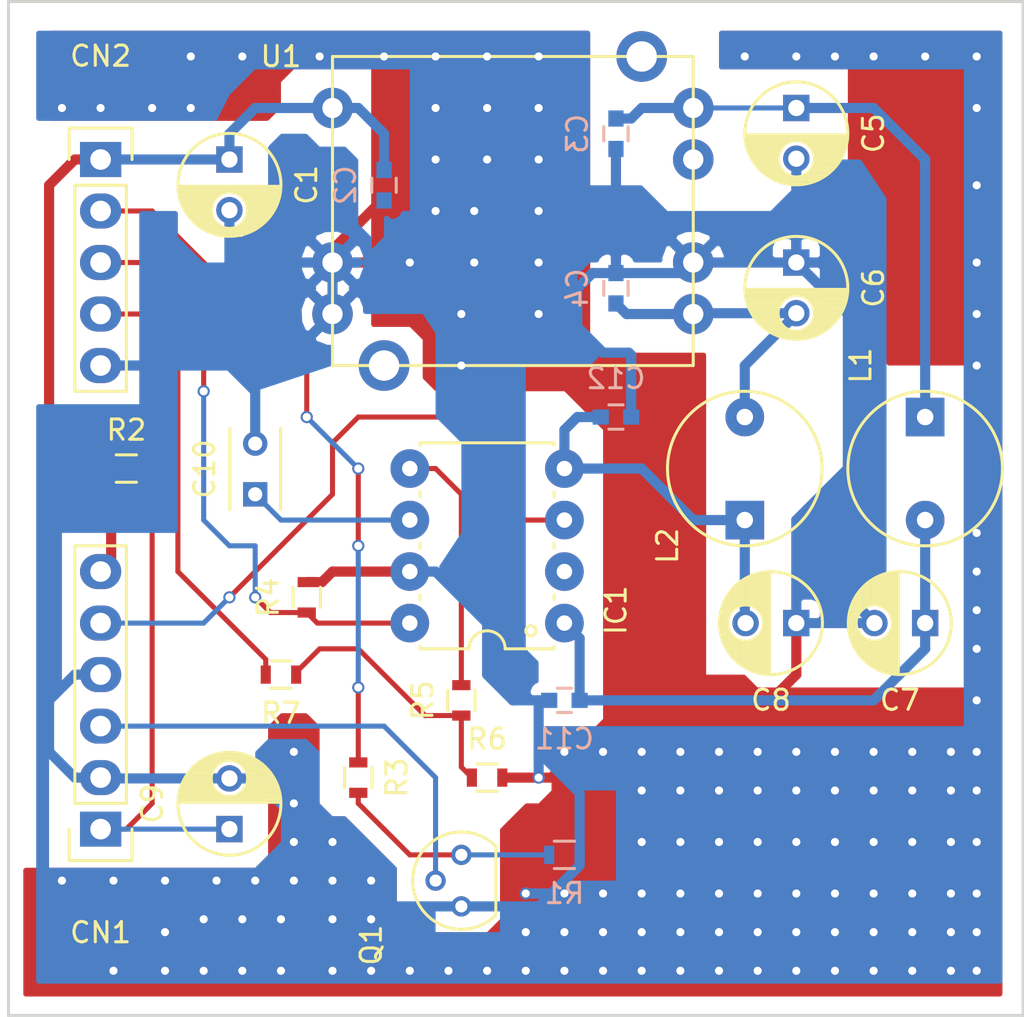
<source format=kicad_pcb>
(kicad_pcb (version 4) (host pcbnew 4.0.4-stable)

  (general
    (links 53)
    (no_connects 1)
    (area 124.924999 89.924999 175.075001 140.075001)
    (thickness 1.6)
    (drawings 4)
    (tracks 482)
    (zones 0)
    (modules 26)
    (nets 19)
  )

  (page A4)
  (layers
    (0 F.Cu signal)
    (31 B.Cu signal)
    (32 B.Adhes user)
    (33 F.Adhes user)
    (34 B.Paste user)
    (35 F.Paste user)
    (36 B.SilkS user)
    (37 F.SilkS user)
    (38 B.Mask user)
    (39 F.Mask user)
    (40 Dwgs.User user)
    (41 Cmts.User user)
    (42 Eco1.User user)
    (43 Eco2.User user)
    (44 Edge.Cuts user)
    (45 Margin user)
    (46 B.CrtYd user)
    (47 F.CrtYd user)
    (48 B.Fab user)
    (49 F.Fab user)
  )

  (setup
    (last_trace_width 0.25)
    (trace_clearance 0.2)
    (zone_clearance 0.508)
    (zone_45_only no)
    (trace_min 0.2)
    (segment_width 0.2)
    (edge_width 0.15)
    (via_size 0.6)
    (via_drill 0.4)
    (via_min_size 0.4)
    (via_min_drill 0.3)
    (uvia_size 0.3)
    (uvia_drill 0.1)
    (uvias_allowed no)
    (uvia_min_size 0.2)
    (uvia_min_drill 0.1)
    (pcb_text_width 0.3)
    (pcb_text_size 1.5 1.5)
    (mod_edge_width 0.15)
    (mod_text_size 1 1)
    (mod_text_width 0.15)
    (pad_size 1.524 1.524)
    (pad_drill 0.762)
    (pad_to_mask_clearance 0.2)
    (aux_axis_origin 0 0)
    (visible_elements FFFFFF7F)
    (pcbplotparams
      (layerselection 0x010f0_80000001)
      (usegerberextensions true)
      (excludeedgelayer true)
      (linewidth 0.100000)
      (plotframeref false)
      (viasonmask false)
      (mode 1)
      (useauxorigin false)
      (hpglpennumber 1)
      (hpglpenspeed 20)
      (hpglpendiameter 15)
      (hpglpenoverlay 2)
      (psnegative false)
      (psa4output false)
      (plotreference true)
      (plotvalue false)
      (plotinvisibletext false)
      (padsonsilk false)
      (subtractmaskfromsilk false)
      (outputformat 1)
      (mirror false)
      (drillshape 0)
      (scaleselection 1)
      (outputdirectory C:/Users/super/Desktop/drill/))
  )

  (net 0 "")
  (net 1 +5VD)
  (net 2 GND)
  (net 3 "Net-(C3-Pad1)")
  (net 4 "Net-(C4-Pad2)")
  (net 5 +12VA)
  (net 6 -12VA)
  (net 7 "Net-(C9-Pad1)")
  (net 8 "Net-(C10-Pad1)")
  (net 9 "Net-(CN1-Pad3)")
  (net 10 "Net-(CN1-Pad5)")
  (net 11 "Net-(IC1-Pad2)")
  (net 12 "Net-(IC1-Pad5)")
  (net 13 "Net-(Q1-Pad3)")
  (net 14 "Net-(R5-Pad1)")
  (net 15 "Net-(U1-Pad6)")
  (net 16 "Net-(CN2-Pad2)")
  (net 17 "Net-(CN2-Pad3)")
  (net 18 "Net-(CN2-Pad4)")

  (net_class Default "これは標準のネット クラスです。"
    (clearance 0.2)
    (trace_width 0.25)
    (via_dia 0.6)
    (via_drill 0.4)
    (uvia_dia 0.3)
    (uvia_drill 0.1)
    (add_net "Net-(C10-Pad1)")
    (add_net "Net-(C9-Pad1)")
    (add_net "Net-(CN1-Pad3)")
    (add_net "Net-(CN1-Pad5)")
    (add_net "Net-(CN2-Pad2)")
    (add_net "Net-(CN2-Pad3)")
    (add_net "Net-(CN2-Pad4)")
    (add_net "Net-(IC1-Pad2)")
    (add_net "Net-(IC1-Pad5)")
    (add_net "Net-(Q1-Pad3)")
    (add_net "Net-(R5-Pad1)")
    (add_net "Net-(U1-Pad6)")
  )

  (net_class Power ""
    (clearance 0.2)
    (trace_width 0.5)
    (via_dia 0.6)
    (via_drill 0.4)
    (uvia_dia 0.3)
    (uvia_drill 0.1)
    (add_net +12VA)
    (add_net +5VD)
    (add_net -12VA)
    (add_net GND)
    (add_net "Net-(C3-Pad1)")
    (add_net "Net-(C4-Pad2)")
  )

  (module Pin_Headers:Pin_Header_Straight_1x06 placed (layer F.Cu) (tedit 0) (tstamp 5826BE24)
    (at 129.54 130.81 180)
    (descr "Through hole pin header")
    (tags "pin header")
    (path /5821E702)
    (fp_text reference CN1 (at 0 -5.1 180) (layer F.SilkS)
      (effects (font (size 1 1) (thickness 0.15)))
    )
    (fp_text value 6pin (at 0 -3.1 180) (layer F.Fab)
      (effects (font (size 1 1) (thickness 0.15)))
    )
    (fp_line (start -1.75 -1.75) (end -1.75 14.45) (layer F.CrtYd) (width 0.05))
    (fp_line (start 1.75 -1.75) (end 1.75 14.45) (layer F.CrtYd) (width 0.05))
    (fp_line (start -1.75 -1.75) (end 1.75 -1.75) (layer F.CrtYd) (width 0.05))
    (fp_line (start -1.75 14.45) (end 1.75 14.45) (layer F.CrtYd) (width 0.05))
    (fp_line (start 1.27 1.27) (end 1.27 13.97) (layer F.SilkS) (width 0.15))
    (fp_line (start 1.27 13.97) (end -1.27 13.97) (layer F.SilkS) (width 0.15))
    (fp_line (start -1.27 13.97) (end -1.27 1.27) (layer F.SilkS) (width 0.15))
    (fp_line (start 1.55 -1.55) (end 1.55 0) (layer F.SilkS) (width 0.15))
    (fp_line (start 1.27 1.27) (end -1.27 1.27) (layer F.SilkS) (width 0.15))
    (fp_line (start -1.55 0) (end -1.55 -1.55) (layer F.SilkS) (width 0.15))
    (fp_line (start -1.55 -1.55) (end 1.55 -1.55) (layer F.SilkS) (width 0.15))
    (pad 1 thru_hole rect (at 0 0 180) (size 2.032 1.7272) (drill 1.016) (layers *.Cu *.Mask)
      (net 7 "Net-(C9-Pad1)"))
    (pad 2 thru_hole oval (at 0 2.54 180) (size 2.032 1.7272) (drill 1.016) (layers *.Cu *.Mask)
      (net 2 GND))
    (pad 3 thru_hole oval (at 0 5.08 180) (size 2.032 1.7272) (drill 1.016) (layers *.Cu *.Mask)
      (net 9 "Net-(CN1-Pad3)"))
    (pad 4 thru_hole oval (at 0 7.62 180) (size 2.032 1.7272) (drill 1.016) (layers *.Cu *.Mask)
      (net 2 GND))
    (pad 5 thru_hole oval (at 0 10.16 180) (size 2.032 1.7272) (drill 1.016) (layers *.Cu *.Mask)
      (net 10 "Net-(CN1-Pad5)"))
    (pad 6 thru_hole oval (at 0 12.7 180) (size 2.032 1.7272) (drill 1.016) (layers *.Cu *.Mask)
      (net 1 +5VD))
    (model Pin_Headers.3dshapes/Pin_Header_Straight_1x06.wrl
      (at (xyz 0 -0.25 0))
      (scale (xyz 1 1 1))
      (rotate (xyz 0 0 90))
    )
  )

  (module Capacitors_SMD:C_0603 (layer B.Cu) (tedit 5415D631) (tstamp 5826C0EC)
    (at 152.4 124.46)
    (descr "Capacitor SMD 0603, reflow soldering, AVX (see smccp.pdf)")
    (tags "capacitor 0603")
    (path /5826DCEB)
    (attr smd)
    (fp_text reference C11 (at 0 1.9) (layer B.SilkS)
      (effects (font (size 1 1) (thickness 0.15)) (justify mirror))
    )
    (fp_text value 0.1u (at 0 -1.9) (layer B.Fab)
      (effects (font (size 1 1) (thickness 0.15)) (justify mirror))
    )
    (fp_line (start -0.8 -0.4) (end -0.8 0.4) (layer B.Fab) (width 0.15))
    (fp_line (start 0.8 -0.4) (end -0.8 -0.4) (layer B.Fab) (width 0.15))
    (fp_line (start 0.8 0.4) (end 0.8 -0.4) (layer B.Fab) (width 0.15))
    (fp_line (start -0.8 0.4) (end 0.8 0.4) (layer B.Fab) (width 0.15))
    (fp_line (start -1.45 0.75) (end 1.45 0.75) (layer B.CrtYd) (width 0.05))
    (fp_line (start -1.45 -0.75) (end 1.45 -0.75) (layer B.CrtYd) (width 0.05))
    (fp_line (start -1.45 0.75) (end -1.45 -0.75) (layer B.CrtYd) (width 0.05))
    (fp_line (start 1.45 0.75) (end 1.45 -0.75) (layer B.CrtYd) (width 0.05))
    (fp_line (start -0.35 0.6) (end 0.35 0.6) (layer B.SilkS) (width 0.15))
    (fp_line (start 0.35 -0.6) (end -0.35 -0.6) (layer B.SilkS) (width 0.15))
    (pad 1 smd rect (at -0.75 0) (size 0.8 0.75) (layers B.Cu B.Paste B.Mask)
      (net 2 GND))
    (pad 2 smd rect (at 0.75 0) (size 0.8 0.75) (layers B.Cu B.Paste B.Mask)
      (net 5 +12VA))
    (model Capacitors_SMD.3dshapes/C_0603.wrl
      (at (xyz 0 0 0))
      (scale (xyz 1 1 1))
      (rotate (xyz 0 0 0))
    )
  )

  (module Capacitors_ThroughHole:C_Radial_D5_L6_P2.5 placed (layer F.Cu) (tedit 0) (tstamp 5826BDD8)
    (at 135.89 97.79 270)
    (descr "Radial Electrolytic Capacitor Diameter 5mm x Length 6mm, Pitch 2.5mm")
    (tags "Electrolytic Capacitor")
    (path /5821DA55)
    (fp_text reference C1 (at 1.25 -3.8 270) (layer F.SilkS)
      (effects (font (size 1 1) (thickness 0.15)))
    )
    (fp_text value 16u (at 1.25 3.8 270) (layer F.Fab)
      (effects (font (size 1 1) (thickness 0.15)))
    )
    (fp_line (start 1.325 -2.499) (end 1.325 2.499) (layer F.SilkS) (width 0.15))
    (fp_line (start 1.465 -2.491) (end 1.465 2.491) (layer F.SilkS) (width 0.15))
    (fp_line (start 1.605 -2.475) (end 1.605 -0.095) (layer F.SilkS) (width 0.15))
    (fp_line (start 1.605 0.095) (end 1.605 2.475) (layer F.SilkS) (width 0.15))
    (fp_line (start 1.745 -2.451) (end 1.745 -0.49) (layer F.SilkS) (width 0.15))
    (fp_line (start 1.745 0.49) (end 1.745 2.451) (layer F.SilkS) (width 0.15))
    (fp_line (start 1.885 -2.418) (end 1.885 -0.657) (layer F.SilkS) (width 0.15))
    (fp_line (start 1.885 0.657) (end 1.885 2.418) (layer F.SilkS) (width 0.15))
    (fp_line (start 2.025 -2.377) (end 2.025 -0.764) (layer F.SilkS) (width 0.15))
    (fp_line (start 2.025 0.764) (end 2.025 2.377) (layer F.SilkS) (width 0.15))
    (fp_line (start 2.165 -2.327) (end 2.165 -0.835) (layer F.SilkS) (width 0.15))
    (fp_line (start 2.165 0.835) (end 2.165 2.327) (layer F.SilkS) (width 0.15))
    (fp_line (start 2.305 -2.266) (end 2.305 -0.879) (layer F.SilkS) (width 0.15))
    (fp_line (start 2.305 0.879) (end 2.305 2.266) (layer F.SilkS) (width 0.15))
    (fp_line (start 2.445 -2.196) (end 2.445 -0.898) (layer F.SilkS) (width 0.15))
    (fp_line (start 2.445 0.898) (end 2.445 2.196) (layer F.SilkS) (width 0.15))
    (fp_line (start 2.585 -2.114) (end 2.585 -0.896) (layer F.SilkS) (width 0.15))
    (fp_line (start 2.585 0.896) (end 2.585 2.114) (layer F.SilkS) (width 0.15))
    (fp_line (start 2.725 -2.019) (end 2.725 -0.871) (layer F.SilkS) (width 0.15))
    (fp_line (start 2.725 0.871) (end 2.725 2.019) (layer F.SilkS) (width 0.15))
    (fp_line (start 2.865 -1.908) (end 2.865 -0.823) (layer F.SilkS) (width 0.15))
    (fp_line (start 2.865 0.823) (end 2.865 1.908) (layer F.SilkS) (width 0.15))
    (fp_line (start 3.005 -1.78) (end 3.005 -0.745) (layer F.SilkS) (width 0.15))
    (fp_line (start 3.005 0.745) (end 3.005 1.78) (layer F.SilkS) (width 0.15))
    (fp_line (start 3.145 -1.631) (end 3.145 -0.628) (layer F.SilkS) (width 0.15))
    (fp_line (start 3.145 0.628) (end 3.145 1.631) (layer F.SilkS) (width 0.15))
    (fp_line (start 3.285 -1.452) (end 3.285 -0.44) (layer F.SilkS) (width 0.15))
    (fp_line (start 3.285 0.44) (end 3.285 1.452) (layer F.SilkS) (width 0.15))
    (fp_line (start 3.425 -1.233) (end 3.425 1.233) (layer F.SilkS) (width 0.15))
    (fp_line (start 3.565 -0.944) (end 3.565 0.944) (layer F.SilkS) (width 0.15))
    (fp_line (start 3.705 -0.472) (end 3.705 0.472) (layer F.SilkS) (width 0.15))
    (fp_circle (center 2.5 0) (end 2.5 -0.9) (layer F.SilkS) (width 0.15))
    (fp_circle (center 1.25 0) (end 1.25 -2.5375) (layer F.SilkS) (width 0.15))
    (fp_circle (center 1.25 0) (end 1.25 -2.8) (layer F.CrtYd) (width 0.05))
    (pad 1 thru_hole rect (at 0 0 270) (size 1.3 1.3) (drill 0.8) (layers *.Cu *.Mask)
      (net 1 +5VD))
    (pad 2 thru_hole circle (at 2.5 0 270) (size 1.3 1.3) (drill 0.8) (layers *.Cu *.Mask)
      (net 2 GND))
    (model Capacitors_ThroughHole.3dshapes/C_Radial_D5_L6_P2.5.wrl
      (at (xyz 0.0492126 0 0))
      (scale (xyz 1 1 1))
      (rotate (xyz 0 0 90))
    )
  )

  (module Capacitors_ThroughHole:C_Radial_D5_L6_P2.5 placed (layer F.Cu) (tedit 0) (tstamp 5826BDF0)
    (at 163.83 95.25 270)
    (descr "Radial Electrolytic Capacitor Diameter 5mm x Length 6mm, Pitch 2.5mm")
    (tags "Electrolytic Capacitor")
    (path /5821D765)
    (fp_text reference C5 (at 1.25 -3.8 270) (layer F.SilkS)
      (effects (font (size 1 1) (thickness 0.15)))
    )
    (fp_text value 16u (at 1.25 3.8 270) (layer F.Fab)
      (effects (font (size 1 1) (thickness 0.15)))
    )
    (fp_line (start 1.325 -2.499) (end 1.325 2.499) (layer F.SilkS) (width 0.15))
    (fp_line (start 1.465 -2.491) (end 1.465 2.491) (layer F.SilkS) (width 0.15))
    (fp_line (start 1.605 -2.475) (end 1.605 -0.095) (layer F.SilkS) (width 0.15))
    (fp_line (start 1.605 0.095) (end 1.605 2.475) (layer F.SilkS) (width 0.15))
    (fp_line (start 1.745 -2.451) (end 1.745 -0.49) (layer F.SilkS) (width 0.15))
    (fp_line (start 1.745 0.49) (end 1.745 2.451) (layer F.SilkS) (width 0.15))
    (fp_line (start 1.885 -2.418) (end 1.885 -0.657) (layer F.SilkS) (width 0.15))
    (fp_line (start 1.885 0.657) (end 1.885 2.418) (layer F.SilkS) (width 0.15))
    (fp_line (start 2.025 -2.377) (end 2.025 -0.764) (layer F.SilkS) (width 0.15))
    (fp_line (start 2.025 0.764) (end 2.025 2.377) (layer F.SilkS) (width 0.15))
    (fp_line (start 2.165 -2.327) (end 2.165 -0.835) (layer F.SilkS) (width 0.15))
    (fp_line (start 2.165 0.835) (end 2.165 2.327) (layer F.SilkS) (width 0.15))
    (fp_line (start 2.305 -2.266) (end 2.305 -0.879) (layer F.SilkS) (width 0.15))
    (fp_line (start 2.305 0.879) (end 2.305 2.266) (layer F.SilkS) (width 0.15))
    (fp_line (start 2.445 -2.196) (end 2.445 -0.898) (layer F.SilkS) (width 0.15))
    (fp_line (start 2.445 0.898) (end 2.445 2.196) (layer F.SilkS) (width 0.15))
    (fp_line (start 2.585 -2.114) (end 2.585 -0.896) (layer F.SilkS) (width 0.15))
    (fp_line (start 2.585 0.896) (end 2.585 2.114) (layer F.SilkS) (width 0.15))
    (fp_line (start 2.725 -2.019) (end 2.725 -0.871) (layer F.SilkS) (width 0.15))
    (fp_line (start 2.725 0.871) (end 2.725 2.019) (layer F.SilkS) (width 0.15))
    (fp_line (start 2.865 -1.908) (end 2.865 -0.823) (layer F.SilkS) (width 0.15))
    (fp_line (start 2.865 0.823) (end 2.865 1.908) (layer F.SilkS) (width 0.15))
    (fp_line (start 3.005 -1.78) (end 3.005 -0.745) (layer F.SilkS) (width 0.15))
    (fp_line (start 3.005 0.745) (end 3.005 1.78) (layer F.SilkS) (width 0.15))
    (fp_line (start 3.145 -1.631) (end 3.145 -0.628) (layer F.SilkS) (width 0.15))
    (fp_line (start 3.145 0.628) (end 3.145 1.631) (layer F.SilkS) (width 0.15))
    (fp_line (start 3.285 -1.452) (end 3.285 -0.44) (layer F.SilkS) (width 0.15))
    (fp_line (start 3.285 0.44) (end 3.285 1.452) (layer F.SilkS) (width 0.15))
    (fp_line (start 3.425 -1.233) (end 3.425 1.233) (layer F.SilkS) (width 0.15))
    (fp_line (start 3.565 -0.944) (end 3.565 0.944) (layer F.SilkS) (width 0.15))
    (fp_line (start 3.705 -0.472) (end 3.705 0.472) (layer F.SilkS) (width 0.15))
    (fp_circle (center 2.5 0) (end 2.5 -0.9) (layer F.SilkS) (width 0.15))
    (fp_circle (center 1.25 0) (end 1.25 -2.5375) (layer F.SilkS) (width 0.15))
    (fp_circle (center 1.25 0) (end 1.25 -2.8) (layer F.CrtYd) (width 0.05))
    (pad 1 thru_hole rect (at 0 0 270) (size 1.3 1.3) (drill 0.8) (layers *.Cu *.Mask)
      (net 3 "Net-(C3-Pad1)"))
    (pad 2 thru_hole circle (at 2.5 0 270) (size 1.3 1.3) (drill 0.8) (layers *.Cu *.Mask)
      (net 2 GND))
    (model Capacitors_ThroughHole.3dshapes/C_Radial_D5_L6_P2.5.wrl
      (at (xyz 0.0492126 0 0))
      (scale (xyz 1 1 1))
      (rotate (xyz 0 0 90))
    )
  )

  (module Capacitors_ThroughHole:C_Radial_D5_L6_P2.5 placed (layer F.Cu) (tedit 0) (tstamp 5826BDF6)
    (at 163.83 102.87 270)
    (descr "Radial Electrolytic Capacitor Diameter 5mm x Length 6mm, Pitch 2.5mm")
    (tags "Electrolytic Capacitor")
    (path /5821D79E)
    (fp_text reference C6 (at 1.25 -3.8 270) (layer F.SilkS)
      (effects (font (size 1 1) (thickness 0.15)))
    )
    (fp_text value 16u (at 1.25 3.8 270) (layer F.Fab)
      (effects (font (size 1 1) (thickness 0.15)))
    )
    (fp_line (start 1.325 -2.499) (end 1.325 2.499) (layer F.SilkS) (width 0.15))
    (fp_line (start 1.465 -2.491) (end 1.465 2.491) (layer F.SilkS) (width 0.15))
    (fp_line (start 1.605 -2.475) (end 1.605 -0.095) (layer F.SilkS) (width 0.15))
    (fp_line (start 1.605 0.095) (end 1.605 2.475) (layer F.SilkS) (width 0.15))
    (fp_line (start 1.745 -2.451) (end 1.745 -0.49) (layer F.SilkS) (width 0.15))
    (fp_line (start 1.745 0.49) (end 1.745 2.451) (layer F.SilkS) (width 0.15))
    (fp_line (start 1.885 -2.418) (end 1.885 -0.657) (layer F.SilkS) (width 0.15))
    (fp_line (start 1.885 0.657) (end 1.885 2.418) (layer F.SilkS) (width 0.15))
    (fp_line (start 2.025 -2.377) (end 2.025 -0.764) (layer F.SilkS) (width 0.15))
    (fp_line (start 2.025 0.764) (end 2.025 2.377) (layer F.SilkS) (width 0.15))
    (fp_line (start 2.165 -2.327) (end 2.165 -0.835) (layer F.SilkS) (width 0.15))
    (fp_line (start 2.165 0.835) (end 2.165 2.327) (layer F.SilkS) (width 0.15))
    (fp_line (start 2.305 -2.266) (end 2.305 -0.879) (layer F.SilkS) (width 0.15))
    (fp_line (start 2.305 0.879) (end 2.305 2.266) (layer F.SilkS) (width 0.15))
    (fp_line (start 2.445 -2.196) (end 2.445 -0.898) (layer F.SilkS) (width 0.15))
    (fp_line (start 2.445 0.898) (end 2.445 2.196) (layer F.SilkS) (width 0.15))
    (fp_line (start 2.585 -2.114) (end 2.585 -0.896) (layer F.SilkS) (width 0.15))
    (fp_line (start 2.585 0.896) (end 2.585 2.114) (layer F.SilkS) (width 0.15))
    (fp_line (start 2.725 -2.019) (end 2.725 -0.871) (layer F.SilkS) (width 0.15))
    (fp_line (start 2.725 0.871) (end 2.725 2.019) (layer F.SilkS) (width 0.15))
    (fp_line (start 2.865 -1.908) (end 2.865 -0.823) (layer F.SilkS) (width 0.15))
    (fp_line (start 2.865 0.823) (end 2.865 1.908) (layer F.SilkS) (width 0.15))
    (fp_line (start 3.005 -1.78) (end 3.005 -0.745) (layer F.SilkS) (width 0.15))
    (fp_line (start 3.005 0.745) (end 3.005 1.78) (layer F.SilkS) (width 0.15))
    (fp_line (start 3.145 -1.631) (end 3.145 -0.628) (layer F.SilkS) (width 0.15))
    (fp_line (start 3.145 0.628) (end 3.145 1.631) (layer F.SilkS) (width 0.15))
    (fp_line (start 3.285 -1.452) (end 3.285 -0.44) (layer F.SilkS) (width 0.15))
    (fp_line (start 3.285 0.44) (end 3.285 1.452) (layer F.SilkS) (width 0.15))
    (fp_line (start 3.425 -1.233) (end 3.425 1.233) (layer F.SilkS) (width 0.15))
    (fp_line (start 3.565 -0.944) (end 3.565 0.944) (layer F.SilkS) (width 0.15))
    (fp_line (start 3.705 -0.472) (end 3.705 0.472) (layer F.SilkS) (width 0.15))
    (fp_circle (center 2.5 0) (end 2.5 -0.9) (layer F.SilkS) (width 0.15))
    (fp_circle (center 1.25 0) (end 1.25 -2.5375) (layer F.SilkS) (width 0.15))
    (fp_circle (center 1.25 0) (end 1.25 -2.8) (layer F.CrtYd) (width 0.05))
    (pad 1 thru_hole rect (at 0 0 270) (size 1.3 1.3) (drill 0.8) (layers *.Cu *.Mask)
      (net 2 GND))
    (pad 2 thru_hole circle (at 2.5 0 270) (size 1.3 1.3) (drill 0.8) (layers *.Cu *.Mask)
      (net 4 "Net-(C4-Pad2)"))
    (model Capacitors_ThroughHole.3dshapes/C_Radial_D5_L6_P2.5.wrl
      (at (xyz 0.0492126 0 0))
      (scale (xyz 1 1 1))
      (rotate (xyz 0 0 90))
    )
  )

  (module Capacitors_ThroughHole:C_Radial_D5_L6_P2.5 placed (layer F.Cu) (tedit 0) (tstamp 5826BDFC)
    (at 170.18 120.65 180)
    (descr "Radial Electrolytic Capacitor Diameter 5mm x Length 6mm, Pitch 2.5mm")
    (tags "Electrolytic Capacitor")
    (path /5821E047)
    (fp_text reference C7 (at 1.25 -3.8 180) (layer F.SilkS)
      (effects (font (size 1 1) (thickness 0.15)))
    )
    (fp_text value 16u (at 1.25 3.8 180) (layer F.Fab)
      (effects (font (size 1 1) (thickness 0.15)))
    )
    (fp_line (start 1.325 -2.499) (end 1.325 2.499) (layer F.SilkS) (width 0.15))
    (fp_line (start 1.465 -2.491) (end 1.465 2.491) (layer F.SilkS) (width 0.15))
    (fp_line (start 1.605 -2.475) (end 1.605 -0.095) (layer F.SilkS) (width 0.15))
    (fp_line (start 1.605 0.095) (end 1.605 2.475) (layer F.SilkS) (width 0.15))
    (fp_line (start 1.745 -2.451) (end 1.745 -0.49) (layer F.SilkS) (width 0.15))
    (fp_line (start 1.745 0.49) (end 1.745 2.451) (layer F.SilkS) (width 0.15))
    (fp_line (start 1.885 -2.418) (end 1.885 -0.657) (layer F.SilkS) (width 0.15))
    (fp_line (start 1.885 0.657) (end 1.885 2.418) (layer F.SilkS) (width 0.15))
    (fp_line (start 2.025 -2.377) (end 2.025 -0.764) (layer F.SilkS) (width 0.15))
    (fp_line (start 2.025 0.764) (end 2.025 2.377) (layer F.SilkS) (width 0.15))
    (fp_line (start 2.165 -2.327) (end 2.165 -0.835) (layer F.SilkS) (width 0.15))
    (fp_line (start 2.165 0.835) (end 2.165 2.327) (layer F.SilkS) (width 0.15))
    (fp_line (start 2.305 -2.266) (end 2.305 -0.879) (layer F.SilkS) (width 0.15))
    (fp_line (start 2.305 0.879) (end 2.305 2.266) (layer F.SilkS) (width 0.15))
    (fp_line (start 2.445 -2.196) (end 2.445 -0.898) (layer F.SilkS) (width 0.15))
    (fp_line (start 2.445 0.898) (end 2.445 2.196) (layer F.SilkS) (width 0.15))
    (fp_line (start 2.585 -2.114) (end 2.585 -0.896) (layer F.SilkS) (width 0.15))
    (fp_line (start 2.585 0.896) (end 2.585 2.114) (layer F.SilkS) (width 0.15))
    (fp_line (start 2.725 -2.019) (end 2.725 -0.871) (layer F.SilkS) (width 0.15))
    (fp_line (start 2.725 0.871) (end 2.725 2.019) (layer F.SilkS) (width 0.15))
    (fp_line (start 2.865 -1.908) (end 2.865 -0.823) (layer F.SilkS) (width 0.15))
    (fp_line (start 2.865 0.823) (end 2.865 1.908) (layer F.SilkS) (width 0.15))
    (fp_line (start 3.005 -1.78) (end 3.005 -0.745) (layer F.SilkS) (width 0.15))
    (fp_line (start 3.005 0.745) (end 3.005 1.78) (layer F.SilkS) (width 0.15))
    (fp_line (start 3.145 -1.631) (end 3.145 -0.628) (layer F.SilkS) (width 0.15))
    (fp_line (start 3.145 0.628) (end 3.145 1.631) (layer F.SilkS) (width 0.15))
    (fp_line (start 3.285 -1.452) (end 3.285 -0.44) (layer F.SilkS) (width 0.15))
    (fp_line (start 3.285 0.44) (end 3.285 1.452) (layer F.SilkS) (width 0.15))
    (fp_line (start 3.425 -1.233) (end 3.425 1.233) (layer F.SilkS) (width 0.15))
    (fp_line (start 3.565 -0.944) (end 3.565 0.944) (layer F.SilkS) (width 0.15))
    (fp_line (start 3.705 -0.472) (end 3.705 0.472) (layer F.SilkS) (width 0.15))
    (fp_circle (center 2.5 0) (end 2.5 -0.9) (layer F.SilkS) (width 0.15))
    (fp_circle (center 1.25 0) (end 1.25 -2.5375) (layer F.SilkS) (width 0.15))
    (fp_circle (center 1.25 0) (end 1.25 -2.8) (layer F.CrtYd) (width 0.05))
    (pad 1 thru_hole rect (at 0 0 180) (size 1.3 1.3) (drill 0.8) (layers *.Cu *.Mask)
      (net 5 +12VA))
    (pad 2 thru_hole circle (at 2.5 0 180) (size 1.3 1.3) (drill 0.8) (layers *.Cu *.Mask)
      (net 2 GND))
    (model Capacitors_ThroughHole.3dshapes/C_Radial_D5_L6_P2.5.wrl
      (at (xyz 0.0492126 0 0))
      (scale (xyz 1 1 1))
      (rotate (xyz 0 0 90))
    )
  )

  (module Capacitors_ThroughHole:C_Radial_D5_L6_P2.5 placed (layer F.Cu) (tedit 0) (tstamp 5826BE02)
    (at 163.83 120.65 180)
    (descr "Radial Electrolytic Capacitor Diameter 5mm x Length 6mm, Pitch 2.5mm")
    (tags "Electrolytic Capacitor")
    (path /5821E086)
    (fp_text reference C8 (at 1.25 -3.8 180) (layer F.SilkS)
      (effects (font (size 1 1) (thickness 0.15)))
    )
    (fp_text value 16u (at 1.25 3.8 180) (layer F.Fab)
      (effects (font (size 1 1) (thickness 0.15)))
    )
    (fp_line (start 1.325 -2.499) (end 1.325 2.499) (layer F.SilkS) (width 0.15))
    (fp_line (start 1.465 -2.491) (end 1.465 2.491) (layer F.SilkS) (width 0.15))
    (fp_line (start 1.605 -2.475) (end 1.605 -0.095) (layer F.SilkS) (width 0.15))
    (fp_line (start 1.605 0.095) (end 1.605 2.475) (layer F.SilkS) (width 0.15))
    (fp_line (start 1.745 -2.451) (end 1.745 -0.49) (layer F.SilkS) (width 0.15))
    (fp_line (start 1.745 0.49) (end 1.745 2.451) (layer F.SilkS) (width 0.15))
    (fp_line (start 1.885 -2.418) (end 1.885 -0.657) (layer F.SilkS) (width 0.15))
    (fp_line (start 1.885 0.657) (end 1.885 2.418) (layer F.SilkS) (width 0.15))
    (fp_line (start 2.025 -2.377) (end 2.025 -0.764) (layer F.SilkS) (width 0.15))
    (fp_line (start 2.025 0.764) (end 2.025 2.377) (layer F.SilkS) (width 0.15))
    (fp_line (start 2.165 -2.327) (end 2.165 -0.835) (layer F.SilkS) (width 0.15))
    (fp_line (start 2.165 0.835) (end 2.165 2.327) (layer F.SilkS) (width 0.15))
    (fp_line (start 2.305 -2.266) (end 2.305 -0.879) (layer F.SilkS) (width 0.15))
    (fp_line (start 2.305 0.879) (end 2.305 2.266) (layer F.SilkS) (width 0.15))
    (fp_line (start 2.445 -2.196) (end 2.445 -0.898) (layer F.SilkS) (width 0.15))
    (fp_line (start 2.445 0.898) (end 2.445 2.196) (layer F.SilkS) (width 0.15))
    (fp_line (start 2.585 -2.114) (end 2.585 -0.896) (layer F.SilkS) (width 0.15))
    (fp_line (start 2.585 0.896) (end 2.585 2.114) (layer F.SilkS) (width 0.15))
    (fp_line (start 2.725 -2.019) (end 2.725 -0.871) (layer F.SilkS) (width 0.15))
    (fp_line (start 2.725 0.871) (end 2.725 2.019) (layer F.SilkS) (width 0.15))
    (fp_line (start 2.865 -1.908) (end 2.865 -0.823) (layer F.SilkS) (width 0.15))
    (fp_line (start 2.865 0.823) (end 2.865 1.908) (layer F.SilkS) (width 0.15))
    (fp_line (start 3.005 -1.78) (end 3.005 -0.745) (layer F.SilkS) (width 0.15))
    (fp_line (start 3.005 0.745) (end 3.005 1.78) (layer F.SilkS) (width 0.15))
    (fp_line (start 3.145 -1.631) (end 3.145 -0.628) (layer F.SilkS) (width 0.15))
    (fp_line (start 3.145 0.628) (end 3.145 1.631) (layer F.SilkS) (width 0.15))
    (fp_line (start 3.285 -1.452) (end 3.285 -0.44) (layer F.SilkS) (width 0.15))
    (fp_line (start 3.285 0.44) (end 3.285 1.452) (layer F.SilkS) (width 0.15))
    (fp_line (start 3.425 -1.233) (end 3.425 1.233) (layer F.SilkS) (width 0.15))
    (fp_line (start 3.565 -0.944) (end 3.565 0.944) (layer F.SilkS) (width 0.15))
    (fp_line (start 3.705 -0.472) (end 3.705 0.472) (layer F.SilkS) (width 0.15))
    (fp_circle (center 2.5 0) (end 2.5 -0.9) (layer F.SilkS) (width 0.15))
    (fp_circle (center 1.25 0) (end 1.25 -2.5375) (layer F.SilkS) (width 0.15))
    (fp_circle (center 1.25 0) (end 1.25 -2.8) (layer F.CrtYd) (width 0.05))
    (pad 1 thru_hole rect (at 0 0 180) (size 1.3 1.3) (drill 0.8) (layers *.Cu *.Mask)
      (net 2 GND))
    (pad 2 thru_hole circle (at 2.5 0 180) (size 1.3 1.3) (drill 0.8) (layers *.Cu *.Mask)
      (net 6 -12VA))
    (model Capacitors_ThroughHole.3dshapes/C_Radial_D5_L6_P2.5.wrl
      (at (xyz 0.0492126 0 0))
      (scale (xyz 1 1 1))
      (rotate (xyz 0 0 90))
    )
  )

  (module Capacitors_ThroughHole:C_Radial_D5_L6_P2.5 placed (layer F.Cu) (tedit 0) (tstamp 5826BE08)
    (at 135.89 130.81 90)
    (descr "Radial Electrolytic Capacitor Diameter 5mm x Length 6mm, Pitch 2.5mm")
    (tags "Electrolytic Capacitor")
    (path /5821EDE2)
    (fp_text reference C9 (at 1.25 -3.8 90) (layer F.SilkS)
      (effects (font (size 1 1) (thickness 0.15)))
    )
    (fp_text value 16u (at 1.25 3.8 90) (layer F.Fab)
      (effects (font (size 1 1) (thickness 0.15)))
    )
    (fp_line (start 1.325 -2.499) (end 1.325 2.499) (layer F.SilkS) (width 0.15))
    (fp_line (start 1.465 -2.491) (end 1.465 2.491) (layer F.SilkS) (width 0.15))
    (fp_line (start 1.605 -2.475) (end 1.605 -0.095) (layer F.SilkS) (width 0.15))
    (fp_line (start 1.605 0.095) (end 1.605 2.475) (layer F.SilkS) (width 0.15))
    (fp_line (start 1.745 -2.451) (end 1.745 -0.49) (layer F.SilkS) (width 0.15))
    (fp_line (start 1.745 0.49) (end 1.745 2.451) (layer F.SilkS) (width 0.15))
    (fp_line (start 1.885 -2.418) (end 1.885 -0.657) (layer F.SilkS) (width 0.15))
    (fp_line (start 1.885 0.657) (end 1.885 2.418) (layer F.SilkS) (width 0.15))
    (fp_line (start 2.025 -2.377) (end 2.025 -0.764) (layer F.SilkS) (width 0.15))
    (fp_line (start 2.025 0.764) (end 2.025 2.377) (layer F.SilkS) (width 0.15))
    (fp_line (start 2.165 -2.327) (end 2.165 -0.835) (layer F.SilkS) (width 0.15))
    (fp_line (start 2.165 0.835) (end 2.165 2.327) (layer F.SilkS) (width 0.15))
    (fp_line (start 2.305 -2.266) (end 2.305 -0.879) (layer F.SilkS) (width 0.15))
    (fp_line (start 2.305 0.879) (end 2.305 2.266) (layer F.SilkS) (width 0.15))
    (fp_line (start 2.445 -2.196) (end 2.445 -0.898) (layer F.SilkS) (width 0.15))
    (fp_line (start 2.445 0.898) (end 2.445 2.196) (layer F.SilkS) (width 0.15))
    (fp_line (start 2.585 -2.114) (end 2.585 -0.896) (layer F.SilkS) (width 0.15))
    (fp_line (start 2.585 0.896) (end 2.585 2.114) (layer F.SilkS) (width 0.15))
    (fp_line (start 2.725 -2.019) (end 2.725 -0.871) (layer F.SilkS) (width 0.15))
    (fp_line (start 2.725 0.871) (end 2.725 2.019) (layer F.SilkS) (width 0.15))
    (fp_line (start 2.865 -1.908) (end 2.865 -0.823) (layer F.SilkS) (width 0.15))
    (fp_line (start 2.865 0.823) (end 2.865 1.908) (layer F.SilkS) (width 0.15))
    (fp_line (start 3.005 -1.78) (end 3.005 -0.745) (layer F.SilkS) (width 0.15))
    (fp_line (start 3.005 0.745) (end 3.005 1.78) (layer F.SilkS) (width 0.15))
    (fp_line (start 3.145 -1.631) (end 3.145 -0.628) (layer F.SilkS) (width 0.15))
    (fp_line (start 3.145 0.628) (end 3.145 1.631) (layer F.SilkS) (width 0.15))
    (fp_line (start 3.285 -1.452) (end 3.285 -0.44) (layer F.SilkS) (width 0.15))
    (fp_line (start 3.285 0.44) (end 3.285 1.452) (layer F.SilkS) (width 0.15))
    (fp_line (start 3.425 -1.233) (end 3.425 1.233) (layer F.SilkS) (width 0.15))
    (fp_line (start 3.565 -0.944) (end 3.565 0.944) (layer F.SilkS) (width 0.15))
    (fp_line (start 3.705 -0.472) (end 3.705 0.472) (layer F.SilkS) (width 0.15))
    (fp_circle (center 2.5 0) (end 2.5 -0.9) (layer F.SilkS) (width 0.15))
    (fp_circle (center 1.25 0) (end 1.25 -2.5375) (layer F.SilkS) (width 0.15))
    (fp_circle (center 1.25 0) (end 1.25 -2.8) (layer F.CrtYd) (width 0.05))
    (pad 1 thru_hole rect (at 0 0 90) (size 1.3 1.3) (drill 0.8) (layers *.Cu *.Mask)
      (net 7 "Net-(C9-Pad1)"))
    (pad 2 thru_hole circle (at 2.5 0 90) (size 1.3 1.3) (drill 0.8) (layers *.Cu *.Mask)
      (net 2 GND))
    (model Capacitors_ThroughHole.3dshapes/C_Radial_D5_L6_P2.5.wrl
      (at (xyz 0.0492126 0 0))
      (scale (xyz 1 1 1))
      (rotate (xyz 0 0 90))
    )
  )

  (module Capacitors_ThroughHole:C_Rect_L4_W2.5_P2.5 placed (layer F.Cu) (tedit 0) (tstamp 5826BE0E)
    (at 137.16 114.3 90)
    (descr "Film Capacitor Length 4mm x Width 2.5mm, Pitch 2.5mm")
    (tags Capacitor)
    (path /5826EE79)
    (fp_text reference C10 (at 1.25 -2.5 90) (layer F.SilkS)
      (effects (font (size 1 1) (thickness 0.15)))
    )
    (fp_text value 0.01u (at 1.25 2.5 90) (layer F.Fab)
      (effects (font (size 1 1) (thickness 0.15)))
    )
    (fp_line (start -1 -1.5) (end 3.5 -1.5) (layer F.CrtYd) (width 0.05))
    (fp_line (start 3.5 -1.5) (end 3.5 1.5) (layer F.CrtYd) (width 0.05))
    (fp_line (start 3.5 1.5) (end -1 1.5) (layer F.CrtYd) (width 0.05))
    (fp_line (start -1 1.5) (end -1 -1.5) (layer F.CrtYd) (width 0.05))
    (fp_line (start -0.75 -1.25) (end 3.25 -1.25) (layer F.SilkS) (width 0.15))
    (fp_line (start -0.75 1.25) (end 3.25 1.25) (layer F.SilkS) (width 0.15))
    (pad 1 thru_hole rect (at 0 0 90) (size 1.2 1.2) (drill 0.7) (layers *.Cu *.Mask)
      (net 8 "Net-(C10-Pad1)"))
    (pad 2 thru_hole circle (at 2.5 0 90) (size 1.2 1.2) (drill 0.7) (layers *.Cu *.Mask)
      (net 2 GND))
  )

  (module Power_Integrations:PDIP-8 placed (layer F.Cu) (tedit 5826D2F1) (tstamp 5826BE30)
    (at 148.59 116.84 90)
    (descr "PDIP-8 Standard 300mil 8pin Dual In Line Package")
    (tags "Power Integrations P Package")
    (path /5826CB13)
    (fp_text reference IC1 (at -3.175 6.35 90) (layer F.SilkS)
      (effects (font (size 1 1) (thickness 0.15)))
    )
    (fp_text value uPC398 (at 0 0 90) (layer F.Fab)
      (effects (font (size 1 1) (thickness 0.15)))
    )
    (fp_line (start -5.08 0.889) (end -5.08 3.302) (layer F.SilkS) (width 0.15))
    (fp_line (start -5.08 -0.889) (end -5.08 -3.302) (layer F.SilkS) (width 0.15))
    (fp_arc (start -5.08 0) (end -4.191 0) (angle 90) (layer F.SilkS) (width 0.15))
    (fp_arc (start -5.08 0) (end -5.08 -0.889) (angle 90) (layer F.SilkS) (width 0.15))
    (fp_circle (center -4.191 2.159) (end -3.937 2.159) (layer F.SilkS) (width 0.15))
    (fp_line (start 5.08 3.302) (end 4.953 3.302) (layer F.SilkS) (width 0.15))
    (fp_line (start 2.413 3.302) (end 2.667 3.302) (layer F.SilkS) (width 0.15))
    (fp_line (start -0.127 3.302) (end 0.127 3.302) (layer F.SilkS) (width 0.15))
    (fp_line (start -2.667 3.302) (end -2.413 3.302) (layer F.SilkS) (width 0.15))
    (fp_line (start -5.08 3.302) (end -4.953 3.302) (layer F.SilkS) (width 0.15))
    (fp_line (start -5.08 -3.302) (end -4.953 -3.302) (layer F.SilkS) (width 0.15))
    (fp_line (start 5.08 -3.302) (end 4.953 -3.302) (layer F.SilkS) (width 0.15))
    (fp_line (start 2.413 -3.302) (end 2.667 -3.302) (layer F.SilkS) (width 0.15))
    (fp_line (start -0.127 -3.302) (end 0.127 -3.302) (layer F.SilkS) (width 0.15))
    (fp_line (start -2.667 -3.302) (end -2.413 -3.302) (layer F.SilkS) (width 0.15))
    (fp_line (start 5.08 3.302) (end 5.08 -3.302) (layer F.SilkS) (width 0.15))
    (pad 1 thru_hole circle (at -3.81 3.81 90) (size 1.905 1.905) (drill 0.762) (layers *.Cu *.Mask)
      (net 5 +12VA))
    (pad 2 thru_hole circle (at -1.27 3.81 90) (size 1.905 1.905) (drill 0.762) (layers *.Cu *.Mask)
      (net 11 "Net-(IC1-Pad2)"))
    (pad 3 thru_hole circle (at 1.27 3.81 90) (size 1.905 1.905) (drill 0.762) (layers *.Cu *.Mask)
      (net 10 "Net-(CN1-Pad5)"))
    (pad 4 thru_hole circle (at 3.81 3.81 90) (size 1.905 1.905) (drill 0.762) (layers *.Cu *.Mask)
      (net 6 -12VA))
    (pad 5 thru_hole circle (at 3.81 -3.81 90) (size 1.905 1.905) (drill 0.762) (layers *.Cu *.Mask)
      (net 12 "Net-(IC1-Pad5)"))
    (pad 6 thru_hole circle (at 1.27 -3.81 90) (size 1.905 1.905) (drill 0.762) (layers *.Cu *.Mask)
      (net 8 "Net-(C10-Pad1)"))
    (pad 7 thru_hole circle (at -1.27 -3.81 90) (size 1.905 1.905) (drill 0.762) (layers *.Cu *.Mask)
      (net 2 GND))
    (pad 8 thru_hole circle (at -3.81 -3.81 90) (size 1.905 1.905) (drill 0.762) (layers *.Cu *.Mask)
      (net 17 "Net-(CN2-Pad3)"))
  )

  (module Inductors:INDUCTOR_V placed (layer F.Cu) (tedit 5826EE98) (tstamp 5826BE36)
    (at 170.18 113.03 270)
    (descr "Inductor (vertical)")
    (tags INDUCTOR)
    (path /5821DC05)
    (fp_text reference L1 (at -5.08 3.175 270) (layer F.SilkS)
      (effects (font (size 1 1) (thickness 0.15)))
    )
    (fp_text value 47u (at 0.09906 -1.99898 270) (layer F.Fab)
      (effects (font (size 1 1) (thickness 0.15)))
    )
    (fp_circle (center 0 0) (end 3.81 0) (layer F.SilkS) (width 0.15))
    (pad 1 thru_hole rect (at -2.54 0 270) (size 1.905 1.905) (drill 0.8128) (layers *.Cu *.Mask)
      (net 3 "Net-(C3-Pad1)"))
    (pad 2 thru_hole circle (at 2.54 0 270) (size 1.905 1.905) (drill 0.8128) (layers *.Cu *.Mask)
      (net 5 +12VA))
    (model Inductors.3dshapes/INDUCTOR_V.wrl
      (at (xyz 0 0 0))
      (scale (xyz 2 2 2))
      (rotate (xyz 0 0 0))
    )
  )

  (module Inductors:INDUCTOR_V placed (layer F.Cu) (tedit 5826D2DC) (tstamp 5826BE3C)
    (at 161.29 113.03 90)
    (descr "Inductor (vertical)")
    (tags INDUCTOR)
    (path /5821DCD7)
    (fp_text reference L2 (at -3.81 -3.81 90) (layer F.SilkS)
      (effects (font (size 1 1) (thickness 0.15)))
    )
    (fp_text value 47u (at 0.09906 -1.99898 90) (layer F.Fab)
      (effects (font (size 1 1) (thickness 0.15)))
    )
    (fp_circle (center 0 0) (end 3.81 0) (layer F.SilkS) (width 0.15))
    (pad 1 thru_hole rect (at -2.54 0 90) (size 1.905 1.905) (drill 0.8128) (layers *.Cu *.Mask)
      (net 6 -12VA))
    (pad 2 thru_hole circle (at 2.54 0 90) (size 1.905 1.905) (drill 0.8128) (layers *.Cu *.Mask)
      (net 4 "Net-(C4-Pad2)"))
    (model Inductors.3dshapes/INDUCTOR_V.wrl
      (at (xyz 0 0 0))
      (scale (xyz 2 2 2))
      (rotate (xyz 0 0 0))
    )
  )

  (module Pin_Headers:Pin_Header_Straight_1x05 placed (layer F.Cu) (tedit 5826D396) (tstamp 5826BE45)
    (at 129.54 97.79)
    (descr "Through hole pin header")
    (tags "pin header")
    (path /58270F56)
    (fp_text reference CN2 (at 0 -5.1) (layer F.SilkS)
      (effects (font (size 1 1) (thickness 0.15)))
    )
    (fp_text value CONN_01X05 (at 0 -3.1) (layer F.Fab)
      (effects (font (size 1 1) (thickness 0.15)))
    )
    (fp_line (start -1.55 0) (end -1.55 -1.55) (layer F.SilkS) (width 0.15))
    (fp_line (start -1.55 -1.55) (end 1.55 -1.55) (layer F.SilkS) (width 0.15))
    (fp_line (start 1.55 -1.55) (end 1.55 0) (layer F.SilkS) (width 0.15))
    (fp_line (start -1.75 -1.75) (end -1.75 11.95) (layer F.CrtYd) (width 0.05))
    (fp_line (start 1.75 -1.75) (end 1.75 11.95) (layer F.CrtYd) (width 0.05))
    (fp_line (start -1.75 -1.75) (end 1.75 -1.75) (layer F.CrtYd) (width 0.05))
    (fp_line (start -1.75 11.95) (end 1.75 11.95) (layer F.CrtYd) (width 0.05))
    (fp_line (start 1.27 1.27) (end 1.27 11.43) (layer F.SilkS) (width 0.15))
    (fp_line (start 1.27 11.43) (end -1.27 11.43) (layer F.SilkS) (width 0.15))
    (fp_line (start -1.27 11.43) (end -1.27 1.27) (layer F.SilkS) (width 0.15))
    (fp_line (start 1.27 1.27) (end -1.27 1.27) (layer F.SilkS) (width 0.15))
    (pad 1 thru_hole rect (at 0 0) (size 2.032 1.7272) (drill 1.016) (layers *.Cu *.Mask)
      (net 1 +5VD))
    (pad 2 thru_hole oval (at 0 2.54) (size 2.032 1.7272) (drill 1.016) (layers *.Cu *.Mask)
      (net 16 "Net-(CN2-Pad2)"))
    (pad 3 thru_hole oval (at 0 5.08) (size 2.032 1.7272) (drill 1.016) (layers *.Cu *.Mask)
      (net 17 "Net-(CN2-Pad3)"))
    (pad 4 thru_hole oval (at 0 7.62) (size 2.032 1.7272) (drill 1.016) (layers *.Cu *.Mask)
      (net 18 "Net-(CN2-Pad4)"))
    (pad 5 thru_hole oval (at 0 10.16) (size 2.032 1.7272) (drill 1.016) (layers *.Cu *.Mask)
      (net 2 GND))
    (model Pin_Headers.3dshapes/Pin_Header_Straight_1x05.wrl
      (at (xyz 0 -0.2 0))
      (scale (xyz 1 1 1))
      (rotate (xyz 0 0 90))
    )
  )

  (module TO_SOT_Packages_THT:TO-92_Molded_Narrow placed (layer F.Cu) (tedit 5826D2D5) (tstamp 5826BE4C)
    (at 147.32 134.62 90)
    (descr "TO-92 leads molded, narrow, drill 0.6mm (see NXP sot054_po.pdf)")
    (tags "to-92 sc-43 sc-43a sot54 PA33 transistor")
    (path /582725C3)
    (fp_text reference Q1 (at -1.905 -4.445 90) (layer F.SilkS)
      (effects (font (size 1 1) (thickness 0.15)))
    )
    (fp_text value 2SC1815 (at 0 3 90) (layer F.Fab)
      (effects (font (size 1 1) (thickness 0.15)))
    )
    (fp_line (start -1.4 1.95) (end -1.4 -2.65) (layer F.CrtYd) (width 0.05))
    (fp_line (start -1.4 1.95) (end 3.9 1.95) (layer F.CrtYd) (width 0.05))
    (fp_line (start -0.43 1.7) (end 2.97 1.7) (layer F.SilkS) (width 0.15))
    (fp_arc (start 1.27 0) (end 1.27 -2.4) (angle -135) (layer F.SilkS) (width 0.15))
    (fp_arc (start 1.27 0) (end 1.27 -2.4) (angle 135) (layer F.SilkS) (width 0.15))
    (fp_line (start -1.4 -2.65) (end 3.9 -2.65) (layer F.CrtYd) (width 0.05))
    (fp_line (start 3.9 1.95) (end 3.9 -2.65) (layer F.CrtYd) (width 0.05))
    (pad 2 thru_hole circle (at 1.27 -1.27 180) (size 1.00076 1.00076) (drill 0.6) (layers *.Cu *.Mask)
      (net 9 "Net-(CN1-Pad3)"))
    (pad 3 thru_hole circle (at 2.54 0 180) (size 1.00076 1.00076) (drill 0.6) (layers *.Cu *.Mask)
      (net 13 "Net-(Q1-Pad3)"))
    (pad 1 thru_hole circle (at 0 0 180) (size 1.00076 1.00076) (drill 0.6) (layers *.Cu *.Mask)
      (net 2 GND))
    (model TO_SOT_Packages_THT.3dshapes/TO-92_Molded_Narrow.wrl
      (at (xyz 0.05 0 0))
      (scale (xyz 1 1 1))
      (rotate (xyz 0 0 -90))
    )
  )

  (module MyPart:CC1R5 placed (layer F.Cu) (tedit 5826D2C8) (tstamp 5826BE87)
    (at 140.97 95.25)
    (descr "IM Signal Relay, SPDT, HJR-4102")
    (tags "DCDCConveter CC1R5")
    (path /5821D37D)
    (fp_text reference U1 (at -2.54 -2.54) (layer F.SilkS)
      (effects (font (size 1 1) (thickness 0.15)))
    )
    (fp_text value CC1R5-0512DF-E (at 7.62 6.35) (layer F.Fab)
      (effects (font (size 1 1) (thickness 0.15)))
    )
    (fp_line (start 0 -2.54) (end 0 12.7) (layer F.SilkS) (width 0.15))
    (fp_line (start 0 12.7) (end 17.78 12.7) (layer F.SilkS) (width 0.15))
    (fp_line (start 17.78 12.7) (end 17.78 -2.54) (layer F.SilkS) (width 0.15))
    (fp_line (start 17.78 -2.54) (end 0 -2.54) (layer F.SilkS) (width 0.15))
    (pad NC thru_hole circle (at 15.24 -2.54) (size 2.5 2.5) (drill 1.5) (layers *.Cu *.Mask))
    (pad 5 thru_hole circle (at 17.78 7.62) (size 2 2) (drill 1) (layers *.Cu *.Mask)
      (net 2 GND))
    (pad 4 thru_hole circle (at 17.78 10.16) (size 2 2) (drill 1) (layers *.Cu *.Mask)
      (net 4 "Net-(C4-Pad2)"))
    (pad 6 thru_hole circle (at 17.78 2.54) (size 2 2) (drill 1) (layers *.Cu *.Mask)
      (net 15 "Net-(U1-Pad6)"))
    (pad 7 thru_hole circle (at 17.78 0) (size 2 2) (drill 1) (layers *.Cu *.Mask)
      (net 3 "Net-(C3-Pad1)"))
    (pad NC thru_hole circle (at 2.54 12.7) (size 2.5 2.5) (drill 1.5) (layers *.Cu *.Mask))
    (pad 3 thru_hole circle (at 0 10.16) (size 2 2) (drill 1) (layers *.Cu *.Mask)
      (net 2 GND))
    (pad 2 thru_hole circle (at 0 7.62) (size 2 2) (drill 1) (layers *.Cu *.Mask)
      (net 2 GND))
    (pad 1 thru_hole circle (at 0 0) (size 2 2) (drill 1) (layers *.Cu *.Mask)
      (net 1 +5VD))
    (model Relays_ThroughHole.3dshapes/Relay_SPDT_HJR-4102.wrl
      (at (xyz 0 0 0))
      (scale (xyz 0.395 0.395 0.395))
      (rotate (xyz 0 0 90))
    )
  )

  (module Capacitors_SMD:C_0603 (layer B.Cu) (tedit 5415D631) (tstamp 5826C0DD)
    (at 143.51 99.06 270)
    (descr "Capacitor SMD 0603, reflow soldering, AVX (see smccp.pdf)")
    (tags "capacitor 0603")
    (path /5821D9E4)
    (attr smd)
    (fp_text reference C2 (at 0 1.9 270) (layer B.SilkS)
      (effects (font (size 1 1) (thickness 0.15)) (justify mirror))
    )
    (fp_text value 0.1u (at 0 -1.9 270) (layer B.Fab)
      (effects (font (size 1 1) (thickness 0.15)) (justify mirror))
    )
    (fp_line (start -0.8 -0.4) (end -0.8 0.4) (layer B.Fab) (width 0.15))
    (fp_line (start 0.8 -0.4) (end -0.8 -0.4) (layer B.Fab) (width 0.15))
    (fp_line (start 0.8 0.4) (end 0.8 -0.4) (layer B.Fab) (width 0.15))
    (fp_line (start -0.8 0.4) (end 0.8 0.4) (layer B.Fab) (width 0.15))
    (fp_line (start -1.45 0.75) (end 1.45 0.75) (layer B.CrtYd) (width 0.05))
    (fp_line (start -1.45 -0.75) (end 1.45 -0.75) (layer B.CrtYd) (width 0.05))
    (fp_line (start -1.45 0.75) (end -1.45 -0.75) (layer B.CrtYd) (width 0.05))
    (fp_line (start 1.45 0.75) (end 1.45 -0.75) (layer B.CrtYd) (width 0.05))
    (fp_line (start -0.35 0.6) (end 0.35 0.6) (layer B.SilkS) (width 0.15))
    (fp_line (start 0.35 -0.6) (end -0.35 -0.6) (layer B.SilkS) (width 0.15))
    (pad 1 smd rect (at -0.75 0 270) (size 0.8 0.75) (layers B.Cu B.Paste B.Mask)
      (net 1 +5VD))
    (pad 2 smd rect (at 0.75 0 270) (size 0.8 0.75) (layers B.Cu B.Paste B.Mask)
      (net 2 GND))
    (model Capacitors_SMD.3dshapes/C_0603.wrl
      (at (xyz 0 0 0))
      (scale (xyz 1 1 1))
      (rotate (xyz 0 0 0))
    )
  )

  (module Capacitors_SMD:C_0603 (layer B.Cu) (tedit 5415D631) (tstamp 5826C0E2)
    (at 154.94 96.52 270)
    (descr "Capacitor SMD 0603, reflow soldering, AVX (see smccp.pdf)")
    (tags "capacitor 0603")
    (path /5821D6CE)
    (attr smd)
    (fp_text reference C3 (at 0 1.9 270) (layer B.SilkS)
      (effects (font (size 1 1) (thickness 0.15)) (justify mirror))
    )
    (fp_text value 0.1u (at 0 -1.9 270) (layer B.Fab)
      (effects (font (size 1 1) (thickness 0.15)) (justify mirror))
    )
    (fp_line (start -0.8 -0.4) (end -0.8 0.4) (layer B.Fab) (width 0.15))
    (fp_line (start 0.8 -0.4) (end -0.8 -0.4) (layer B.Fab) (width 0.15))
    (fp_line (start 0.8 0.4) (end 0.8 -0.4) (layer B.Fab) (width 0.15))
    (fp_line (start -0.8 0.4) (end 0.8 0.4) (layer B.Fab) (width 0.15))
    (fp_line (start -1.45 0.75) (end 1.45 0.75) (layer B.CrtYd) (width 0.05))
    (fp_line (start -1.45 -0.75) (end 1.45 -0.75) (layer B.CrtYd) (width 0.05))
    (fp_line (start -1.45 0.75) (end -1.45 -0.75) (layer B.CrtYd) (width 0.05))
    (fp_line (start 1.45 0.75) (end 1.45 -0.75) (layer B.CrtYd) (width 0.05))
    (fp_line (start -0.35 0.6) (end 0.35 0.6) (layer B.SilkS) (width 0.15))
    (fp_line (start 0.35 -0.6) (end -0.35 -0.6) (layer B.SilkS) (width 0.15))
    (pad 1 smd rect (at -0.75 0 270) (size 0.8 0.75) (layers B.Cu B.Paste B.Mask)
      (net 3 "Net-(C3-Pad1)"))
    (pad 2 smd rect (at 0.75 0 270) (size 0.8 0.75) (layers B.Cu B.Paste B.Mask)
      (net 2 GND))
    (model Capacitors_SMD.3dshapes/C_0603.wrl
      (at (xyz 0 0 0))
      (scale (xyz 1 1 1))
      (rotate (xyz 0 0 0))
    )
  )

  (module Capacitors_SMD:C_0603 (layer B.Cu) (tedit 5415D631) (tstamp 5826C0E7)
    (at 154.94 104.14 270)
    (descr "Capacitor SMD 0603, reflow soldering, AVX (see smccp.pdf)")
    (tags "capacitor 0603")
    (path /5821D715)
    (attr smd)
    (fp_text reference C4 (at 0 1.9 270) (layer B.SilkS)
      (effects (font (size 1 1) (thickness 0.15)) (justify mirror))
    )
    (fp_text value 0.1u (at 0 -1.9 270) (layer B.Fab)
      (effects (font (size 1 1) (thickness 0.15)) (justify mirror))
    )
    (fp_line (start -0.8 -0.4) (end -0.8 0.4) (layer B.Fab) (width 0.15))
    (fp_line (start 0.8 -0.4) (end -0.8 -0.4) (layer B.Fab) (width 0.15))
    (fp_line (start 0.8 0.4) (end 0.8 -0.4) (layer B.Fab) (width 0.15))
    (fp_line (start -0.8 0.4) (end 0.8 0.4) (layer B.Fab) (width 0.15))
    (fp_line (start -1.45 0.75) (end 1.45 0.75) (layer B.CrtYd) (width 0.05))
    (fp_line (start -1.45 -0.75) (end 1.45 -0.75) (layer B.CrtYd) (width 0.05))
    (fp_line (start -1.45 0.75) (end -1.45 -0.75) (layer B.CrtYd) (width 0.05))
    (fp_line (start 1.45 0.75) (end 1.45 -0.75) (layer B.CrtYd) (width 0.05))
    (fp_line (start -0.35 0.6) (end 0.35 0.6) (layer B.SilkS) (width 0.15))
    (fp_line (start 0.35 -0.6) (end -0.35 -0.6) (layer B.SilkS) (width 0.15))
    (pad 1 smd rect (at -0.75 0 270) (size 0.8 0.75) (layers B.Cu B.Paste B.Mask)
      (net 2 GND))
    (pad 2 smd rect (at 0.75 0 270) (size 0.8 0.75) (layers B.Cu B.Paste B.Mask)
      (net 4 "Net-(C4-Pad2)"))
    (model Capacitors_SMD.3dshapes/C_0603.wrl
      (at (xyz 0 0 0))
      (scale (xyz 1 1 1))
      (rotate (xyz 0 0 0))
    )
  )

  (module Capacitors_SMD:C_0603 (layer B.Cu) (tedit 5415D631) (tstamp 5826C0F1)
    (at 154.94 110.49 180)
    (descr "Capacitor SMD 0603, reflow soldering, AVX (see smccp.pdf)")
    (tags "capacitor 0603")
    (path /5826DB70)
    (attr smd)
    (fp_text reference C12 (at 0 1.9 180) (layer B.SilkS)
      (effects (font (size 1 1) (thickness 0.15)) (justify mirror))
    )
    (fp_text value 0.1u (at 0 -1.9 180) (layer B.Fab)
      (effects (font (size 1 1) (thickness 0.15)) (justify mirror))
    )
    (fp_line (start -0.8 -0.4) (end -0.8 0.4) (layer B.Fab) (width 0.15))
    (fp_line (start 0.8 -0.4) (end -0.8 -0.4) (layer B.Fab) (width 0.15))
    (fp_line (start 0.8 0.4) (end 0.8 -0.4) (layer B.Fab) (width 0.15))
    (fp_line (start -0.8 0.4) (end 0.8 0.4) (layer B.Fab) (width 0.15))
    (fp_line (start -1.45 0.75) (end 1.45 0.75) (layer B.CrtYd) (width 0.05))
    (fp_line (start -1.45 -0.75) (end 1.45 -0.75) (layer B.CrtYd) (width 0.05))
    (fp_line (start -1.45 0.75) (end -1.45 -0.75) (layer B.CrtYd) (width 0.05))
    (fp_line (start 1.45 0.75) (end 1.45 -0.75) (layer B.CrtYd) (width 0.05))
    (fp_line (start -0.35 0.6) (end 0.35 0.6) (layer B.SilkS) (width 0.15))
    (fp_line (start 0.35 -0.6) (end -0.35 -0.6) (layer B.SilkS) (width 0.15))
    (pad 1 smd rect (at -0.75 0 180) (size 0.8 0.75) (layers B.Cu B.Paste B.Mask)
      (net 2 GND))
    (pad 2 smd rect (at 0.75 0 180) (size 0.8 0.75) (layers B.Cu B.Paste B.Mask)
      (net 6 -12VA))
    (model Capacitors_SMD.3dshapes/C_0603.wrl
      (at (xyz 0 0 0))
      (scale (xyz 1 1 1))
      (rotate (xyz 0 0 0))
    )
  )

  (module Resistors_SMD:R_0603 (layer B.Cu) (tedit 5415CC62) (tstamp 5826C0F6)
    (at 152.4 132.08)
    (descr "Resistor SMD 0603, reflow soldering, Vishay (see dcrcw.pdf)")
    (tags "resistor 0603")
    (path /582202E9)
    (attr smd)
    (fp_text reference R1 (at 0 1.9) (layer B.SilkS)
      (effects (font (size 1 1) (thickness 0.15)) (justify mirror))
    )
    (fp_text value 10K (at 0 -1.9) (layer B.Fab)
      (effects (font (size 1 1) (thickness 0.15)) (justify mirror))
    )
    (fp_line (start -1.3 0.8) (end 1.3 0.8) (layer B.CrtYd) (width 0.05))
    (fp_line (start -1.3 -0.8) (end 1.3 -0.8) (layer B.CrtYd) (width 0.05))
    (fp_line (start -1.3 0.8) (end -1.3 -0.8) (layer B.CrtYd) (width 0.05))
    (fp_line (start 1.3 0.8) (end 1.3 -0.8) (layer B.CrtYd) (width 0.05))
    (fp_line (start 0.5 -0.675) (end -0.5 -0.675) (layer B.SilkS) (width 0.15))
    (fp_line (start -0.5 0.675) (end 0.5 0.675) (layer B.SilkS) (width 0.15))
    (pad 1 smd rect (at -0.75 0) (size 0.5 0.9) (layers B.Cu B.Paste B.Mask)
      (net 13 "Net-(Q1-Pad3)"))
    (pad 2 smd rect (at 0.75 0) (size 0.5 0.9) (layers B.Cu B.Paste B.Mask)
      (net 2 GND))
    (model Resistors_SMD.3dshapes/R_0603.wrl
      (at (xyz 0 0 0))
      (scale (xyz 1 1 1))
      (rotate (xyz 0 0 0))
    )
  )

  (module Resistors_SMD:R_0603 (layer F.Cu) (tedit 5415CC62) (tstamp 5826C0FB)
    (at 130.81 113.03)
    (descr "Resistor SMD 0603, reflow soldering, Vishay (see dcrcw.pdf)")
    (tags "resistor 0603")
    (path /5821EE74)
    (attr smd)
    (fp_text reference R2 (at 0 -1.9) (layer F.SilkS)
      (effects (font (size 1 1) (thickness 0.15)))
    )
    (fp_text value 150 (at 0 1.9) (layer F.Fab)
      (effects (font (size 1 1) (thickness 0.15)))
    )
    (fp_line (start -1.3 -0.8) (end 1.3 -0.8) (layer F.CrtYd) (width 0.05))
    (fp_line (start -1.3 0.8) (end 1.3 0.8) (layer F.CrtYd) (width 0.05))
    (fp_line (start -1.3 -0.8) (end -1.3 0.8) (layer F.CrtYd) (width 0.05))
    (fp_line (start 1.3 -0.8) (end 1.3 0.8) (layer F.CrtYd) (width 0.05))
    (fp_line (start 0.5 0.675) (end -0.5 0.675) (layer F.SilkS) (width 0.15))
    (fp_line (start -0.5 -0.675) (end 0.5 -0.675) (layer F.SilkS) (width 0.15))
    (pad 1 smd rect (at -0.75 0) (size 0.5 0.9) (layers F.Cu F.Paste F.Mask)
      (net 1 +5VD))
    (pad 2 smd rect (at 0.75 0) (size 0.5 0.9) (layers F.Cu F.Paste F.Mask)
      (net 7 "Net-(C9-Pad1)"))
    (model Resistors_SMD.3dshapes/R_0603.wrl
      (at (xyz 0 0 0))
      (scale (xyz 1 1 1))
      (rotate (xyz 0 0 0))
    )
  )

  (module Resistors_SMD:R_0603 (layer F.Cu) (tedit 5415CC62) (tstamp 5826C100)
    (at 142.24 128.27 270)
    (descr "Resistor SMD 0603, reflow soldering, Vishay (see dcrcw.pdf)")
    (tags "resistor 0603")
    (path /5822028E)
    (attr smd)
    (fp_text reference R3 (at 0 -1.9 270) (layer F.SilkS)
      (effects (font (size 1 1) (thickness 0.15)))
    )
    (fp_text value 1K (at 0 1.9 270) (layer F.Fab)
      (effects (font (size 1 1) (thickness 0.15)))
    )
    (fp_line (start -1.3 -0.8) (end 1.3 -0.8) (layer F.CrtYd) (width 0.05))
    (fp_line (start -1.3 0.8) (end 1.3 0.8) (layer F.CrtYd) (width 0.05))
    (fp_line (start -1.3 -0.8) (end -1.3 0.8) (layer F.CrtYd) (width 0.05))
    (fp_line (start 1.3 -0.8) (end 1.3 0.8) (layer F.CrtYd) (width 0.05))
    (fp_line (start 0.5 0.675) (end -0.5 0.675) (layer F.SilkS) (width 0.15))
    (fp_line (start -0.5 -0.675) (end 0.5 -0.675) (layer F.SilkS) (width 0.15))
    (pad 1 smd rect (at -0.75 0 270) (size 0.5 0.9) (layers F.Cu F.Paste F.Mask)
      (net 16 "Net-(CN2-Pad2)"))
    (pad 2 smd rect (at 0.75 0 270) (size 0.5 0.9) (layers F.Cu F.Paste F.Mask)
      (net 13 "Net-(Q1-Pad3)"))
    (model Resistors_SMD.3dshapes/R_0603.wrl
      (at (xyz 0 0 0))
      (scale (xyz 1 1 1))
      (rotate (xyz 0 0 0))
    )
  )

  (module Resistors_SMD:R_0603 (layer F.Cu) (tedit 5415CC62) (tstamp 5826C105)
    (at 139.7 119.38 90)
    (descr "Resistor SMD 0603, reflow soldering, Vishay (see dcrcw.pdf)")
    (tags "resistor 0603")
    (path /5826D767)
    (attr smd)
    (fp_text reference R4 (at 0 -1.9 90) (layer F.SilkS)
      (effects (font (size 1 1) (thickness 0.15)))
    )
    (fp_text value 10K (at 0 1.9 90) (layer F.Fab)
      (effects (font (size 1 1) (thickness 0.15)))
    )
    (fp_line (start -1.3 -0.8) (end 1.3 -0.8) (layer F.CrtYd) (width 0.05))
    (fp_line (start -1.3 0.8) (end 1.3 0.8) (layer F.CrtYd) (width 0.05))
    (fp_line (start -1.3 -0.8) (end -1.3 0.8) (layer F.CrtYd) (width 0.05))
    (fp_line (start 1.3 -0.8) (end 1.3 0.8) (layer F.CrtYd) (width 0.05))
    (fp_line (start 0.5 0.675) (end -0.5 0.675) (layer F.SilkS) (width 0.15))
    (fp_line (start -0.5 -0.675) (end 0.5 -0.675) (layer F.SilkS) (width 0.15))
    (pad 1 smd rect (at -0.75 0 90) (size 0.5 0.9) (layers F.Cu F.Paste F.Mask)
      (net 17 "Net-(CN2-Pad3)"))
    (pad 2 smd rect (at 0.75 0 90) (size 0.5 0.9) (layers F.Cu F.Paste F.Mask)
      (net 2 GND))
    (model Resistors_SMD.3dshapes/R_0603.wrl
      (at (xyz 0 0 0))
      (scale (xyz 1 1 1))
      (rotate (xyz 0 0 0))
    )
  )

  (module Resistors_SMD:R_0603 (layer F.Cu) (tedit 5415CC62) (tstamp 5826C10A)
    (at 147.32 124.46 90)
    (descr "Resistor SMD 0603, reflow soldering, Vishay (see dcrcw.pdf)")
    (tags "resistor 0603")
    (path /5826FDAF)
    (attr smd)
    (fp_text reference R5 (at 0 -1.9 90) (layer F.SilkS)
      (effects (font (size 1 1) (thickness 0.15)))
    )
    (fp_text value 1K (at 0 1.9 90) (layer F.Fab)
      (effects (font (size 1 1) (thickness 0.15)))
    )
    (fp_line (start -1.3 -0.8) (end 1.3 -0.8) (layer F.CrtYd) (width 0.05))
    (fp_line (start -1.3 0.8) (end 1.3 0.8) (layer F.CrtYd) (width 0.05))
    (fp_line (start -1.3 -0.8) (end -1.3 0.8) (layer F.CrtYd) (width 0.05))
    (fp_line (start 1.3 -0.8) (end 1.3 0.8) (layer F.CrtYd) (width 0.05))
    (fp_line (start 0.5 0.675) (end -0.5 0.675) (layer F.SilkS) (width 0.15))
    (fp_line (start -0.5 -0.675) (end 0.5 -0.675) (layer F.SilkS) (width 0.15))
    (pad 1 smd rect (at -0.75 0 90) (size 0.5 0.9) (layers F.Cu F.Paste F.Mask)
      (net 14 "Net-(R5-Pad1)"))
    (pad 2 smd rect (at 0.75 0 90) (size 0.5 0.9) (layers F.Cu F.Paste F.Mask)
      (net 12 "Net-(IC1-Pad5)"))
    (model Resistors_SMD.3dshapes/R_0603.wrl
      (at (xyz 0 0 0))
      (scale (xyz 1 1 1))
      (rotate (xyz 0 0 0))
    )
  )

  (module Resistors_SMD:R_0603 (layer F.Cu) (tedit 5415CC62) (tstamp 5826C10F)
    (at 148.59 128.27)
    (descr "Resistor SMD 0603, reflow soldering, Vishay (see dcrcw.pdf)")
    (tags "resistor 0603")
    (path /5826FE86)
    (attr smd)
    (fp_text reference R6 (at 0 -1.9) (layer F.SilkS)
      (effects (font (size 1 1) (thickness 0.15)))
    )
    (fp_text value 3K (at 0 1.9) (layer F.Fab)
      (effects (font (size 1 1) (thickness 0.15)))
    )
    (fp_line (start -1.3 -0.8) (end 1.3 -0.8) (layer F.CrtYd) (width 0.05))
    (fp_line (start -1.3 0.8) (end 1.3 0.8) (layer F.CrtYd) (width 0.05))
    (fp_line (start -1.3 -0.8) (end -1.3 0.8) (layer F.CrtYd) (width 0.05))
    (fp_line (start 1.3 -0.8) (end 1.3 0.8) (layer F.CrtYd) (width 0.05))
    (fp_line (start 0.5 0.675) (end -0.5 0.675) (layer F.SilkS) (width 0.15))
    (fp_line (start -0.5 -0.675) (end 0.5 -0.675) (layer F.SilkS) (width 0.15))
    (pad 1 smd rect (at -0.75 0) (size 0.5 0.9) (layers F.Cu F.Paste F.Mask)
      (net 14 "Net-(R5-Pad1)"))
    (pad 2 smd rect (at 0.75 0) (size 0.5 0.9) (layers F.Cu F.Paste F.Mask)
      (net 2 GND))
    (model Resistors_SMD.3dshapes/R_0603.wrl
      (at (xyz 0 0 0))
      (scale (xyz 1 1 1))
      (rotate (xyz 0 0 0))
    )
  )

  (module Resistors_SMD:R_0603 (layer F.Cu) (tedit 5415CC62) (tstamp 5826C114)
    (at 138.43 123.19 180)
    (descr "Resistor SMD 0603, reflow soldering, Vishay (see dcrcw.pdf)")
    (tags "resistor 0603")
    (path /5827150A)
    (attr smd)
    (fp_text reference R7 (at 0 -1.9 180) (layer F.SilkS)
      (effects (font (size 1 1) (thickness 0.15)))
    )
    (fp_text value 10K (at 0 1.9 180) (layer F.Fab)
      (effects (font (size 1 1) (thickness 0.15)))
    )
    (fp_line (start -1.3 -0.8) (end 1.3 -0.8) (layer F.CrtYd) (width 0.05))
    (fp_line (start -1.3 0.8) (end 1.3 0.8) (layer F.CrtYd) (width 0.05))
    (fp_line (start -1.3 -0.8) (end -1.3 0.8) (layer F.CrtYd) (width 0.05))
    (fp_line (start 1.3 -0.8) (end 1.3 0.8) (layer F.CrtYd) (width 0.05))
    (fp_line (start 0.5 0.675) (end -0.5 0.675) (layer F.SilkS) (width 0.15))
    (fp_line (start -0.5 -0.675) (end 0.5 -0.675) (layer F.SilkS) (width 0.15))
    (pad 1 smd rect (at -0.75 0 180) (size 0.5 0.9) (layers F.Cu F.Paste F.Mask)
      (net 14 "Net-(R5-Pad1)"))
    (pad 2 smd rect (at 0.75 0 180) (size 0.5 0.9) (layers F.Cu F.Paste F.Mask)
      (net 18 "Net-(CN2-Pad4)"))
    (model Resistors_SMD.3dshapes/R_0603.wrl
      (at (xyz 0 0 0))
      (scale (xyz 1 1 1))
      (rotate (xyz 0 0 0))
    )
  )

  (gr_line (start 125 140) (end 125 90) (angle 90) (layer Edge.Cuts) (width 0.15))
  (gr_line (start 175 140) (end 125 140) (angle 90) (layer Edge.Cuts) (width 0.15))
  (gr_line (start 175 90) (end 175 140) (angle 90) (layer Edge.Cuts) (width 0.15))
  (gr_line (start 125 90) (end 175 90) (angle 90) (layer Edge.Cuts) (width 0.15))

  (segment (start 129.54 97.79) (end 128.27 97.79) (width 0.5) (layer F.Cu) (net 1))
  (segment (start 128.27 113.03) (end 130.06 113.03) (width 0.5) (layer F.Cu) (net 1) (tstamp 5826CD24))
  (segment (start 127 111.76) (end 128.27 113.03) (width 0.5) (layer F.Cu) (net 1) (tstamp 5826CD22))
  (segment (start 127 99.06) (end 127 111.76) (width 0.5) (layer F.Cu) (net 1) (tstamp 5826CD1E))
  (segment (start 128.27 97.79) (end 127 99.06) (width 0.5) (layer F.Cu) (net 1) (tstamp 5826CD1A))
  (segment (start 130.06 113.03) (end 130.06 117.59) (width 0.5) (layer F.Cu) (net 1))
  (segment (start 130.06 117.59) (end 129.54 118.11) (width 0.5) (layer F.Cu) (net 1) (tstamp 5826CAD4))
  (segment (start 140.97 95.25) (end 142.24 95.25) (width 0.5) (layer B.Cu) (net 1))
  (segment (start 142.24 95.25) (end 143.51 96.52) (width 0.5) (layer B.Cu) (net 1) (tstamp 5826CA6D))
  (segment (start 143.51 96.52) (end 143.51 98.31) (width 0.5) (layer B.Cu) (net 1) (tstamp 5826CA6E))
  (segment (start 135.89 97.79) (end 135.89 96.52) (width 0.5) (layer B.Cu) (net 1))
  (segment (start 135.89 96.52) (end 137.16 95.25) (width 0.5) (layer B.Cu) (net 1) (tstamp 5826CA69))
  (segment (start 137.16 95.25) (end 140.97 95.25) (width 0.5) (layer B.Cu) (net 1) (tstamp 5826CA6A))
  (segment (start 129.54 97.79) (end 135.89 97.79) (width 0.5) (layer B.Cu) (net 1))
  (segment (start 143.51 96.52) (end 143.51 98.31) (width 0.25) (layer B.Cu) (net 1) (tstamp 5826C492))
  (segment (start 142.24 95.25) (end 143.51 96.52) (width 0.25) (layer B.Cu) (net 1) (tstamp 5826C490))
  (segment (start 135.89 96.52) (end 137.16 95.25) (width 0.25) (layer B.Cu) (net 1) (tstamp 5826C488))
  (segment (start 137.16 95.25) (end 140.97 95.25) (width 0.25) (layer B.Cu) (net 1) (tstamp 5826C48C))
  (segment (start 146.05 92.71) (end 148.59 92.71) (width 0.5) (layer B.Cu) (net 2))
  (via (at 147.32 107.95) (size 0.6) (drill 0.4) (layers F.Cu B.Cu) (net 2))
  (segment (start 147.32 105.41) (end 147.32 107.95) (width 0.5) (layer B.Cu) (net 2) (tstamp 5826F42D))
  (via (at 147.32 105.41) (size 0.6) (drill 0.4) (layers F.Cu B.Cu) (net 2))
  (segment (start 151.13 105.41) (end 147.32 105.41) (width 0.5) (layer F.Cu) (net 2) (tstamp 5826F42A))
  (via (at 151.13 105.41) (size 0.6) (drill 0.4) (layers F.Cu B.Cu) (net 2))
  (segment (start 151.13 102.87) (end 151.13 105.41) (width 0.5) (layer B.Cu) (net 2) (tstamp 5826F427))
  (via (at 151.13 102.87) (size 0.6) (drill 0.4) (layers F.Cu B.Cu) (net 2))
  (segment (start 147.955 102.87) (end 151.13 102.87) (width 0.5) (layer F.Cu) (net 2) (tstamp 5826F424))
  (via (at 147.955 102.87) (size 0.6) (drill 0.4) (layers F.Cu B.Cu) (net 2))
  (segment (start 147.955 100.33) (end 147.955 102.87) (width 0.5) (layer B.Cu) (net 2) (tstamp 5826F421))
  (via (at 147.955 100.33) (size 0.6) (drill 0.4) (layers F.Cu B.Cu) (net 2))
  (segment (start 151.13 100.33) (end 147.955 100.33) (width 0.5) (layer F.Cu) (net 2) (tstamp 5826F41E))
  (via (at 151.13 100.33) (size 0.6) (drill 0.4) (layers F.Cu B.Cu) (net 2))
  (segment (start 151.13 97.79) (end 151.13 100.33) (width 0.5) (layer B.Cu) (net 2) (tstamp 5826F41B))
  (via (at 151.13 97.79) (size 0.6) (drill 0.4) (layers F.Cu B.Cu) (net 2))
  (segment (start 148.59 97.79) (end 151.13 97.79) (width 0.5) (layer F.Cu) (net 2) (tstamp 5826F418))
  (via (at 148.59 97.79) (size 0.6) (drill 0.4) (layers F.Cu B.Cu) (net 2))
  (segment (start 148.59 95.25) (end 148.59 97.79) (width 0.5) (layer B.Cu) (net 2) (tstamp 5826F415))
  (via (at 148.59 95.25) (size 0.6) (drill 0.4) (layers F.Cu B.Cu) (net 2))
  (segment (start 151.13 95.25) (end 148.59 95.25) (width 0.5) (layer F.Cu) (net 2) (tstamp 5826F412))
  (via (at 151.13 95.25) (size 0.6) (drill 0.4) (layers F.Cu B.Cu) (net 2))
  (segment (start 151.13 92.71) (end 151.13 95.25) (width 0.5) (layer B.Cu) (net 2) (tstamp 5826F40E))
  (via (at 151.13 92.71) (size 0.6) (drill 0.4) (layers F.Cu B.Cu) (net 2))
  (segment (start 148.59 92.71) (end 151.13 92.71) (width 0.5) (layer F.Cu) (net 2) (tstamp 5826F40B))
  (via (at 148.59 92.71) (size 0.6) (drill 0.4) (layers F.Cu B.Cu) (net 2))
  (segment (start 140.97 102.87) (end 144.78 102.87) (width 0.5) (layer F.Cu) (net 2))
  (via (at 127.635 95.25) (size 0.6) (drill 0.4) (layers F.Cu B.Cu) (net 2))
  (segment (start 129.54 95.25) (end 127.635 95.25) (width 0.5) (layer F.Cu) (net 2) (tstamp 5826F3C0))
  (via (at 129.54 95.25) (size 0.6) (drill 0.4) (layers F.Cu B.Cu) (net 2))
  (segment (start 132.08 95.25) (end 129.54 95.25) (width 0.5) (layer B.Cu) (net 2) (tstamp 5826F3BD))
  (via (at 132.08 95.25) (size 0.6) (drill 0.4) (layers F.Cu B.Cu) (net 2))
  (segment (start 133.985 95.25) (end 132.08 95.25) (width 0.5) (layer F.Cu) (net 2) (tstamp 5826F3BA))
  (via (at 133.985 95.25) (size 0.6) (drill 0.4) (layers F.Cu B.Cu) (net 2))
  (segment (start 133.985 92.71) (end 133.985 95.25) (width 0.5) (layer B.Cu) (net 2) (tstamp 5826F3B7))
  (via (at 133.985 92.71) (size 0.6) (drill 0.4) (layers F.Cu B.Cu) (net 2))
  (segment (start 136.525 92.71) (end 133.985 92.71) (width 0.5) (layer F.Cu) (net 2) (tstamp 5826F3B4))
  (via (at 136.525 92.71) (size 0.6) (drill 0.4) (layers F.Cu B.Cu) (net 2))
  (segment (start 140.335 92.71) (end 136.525 92.71) (width 0.5) (layer B.Cu) (net 2) (tstamp 5826F3B1))
  (via (at 140.335 92.71) (size 0.6) (drill 0.4) (layers F.Cu B.Cu) (net 2))
  (segment (start 143.51 92.71) (end 140.335 92.71) (width 0.5) (layer F.Cu) (net 2) (tstamp 5826F3AE))
  (via (at 143.51 92.71) (size 0.6) (drill 0.4) (layers F.Cu B.Cu) (net 2))
  (segment (start 146.05 92.71) (end 143.51 92.71) (width 0.5) (layer B.Cu) (net 2) (tstamp 5826F3AB))
  (via (at 146.05 92.71) (size 0.6) (drill 0.4) (layers F.Cu B.Cu) (net 2))
  (segment (start 146.05 95.25) (end 146.05 92.71) (width 0.5) (layer F.Cu) (net 2) (tstamp 5826F3A8))
  (via (at 146.05 95.25) (size 0.6) (drill 0.4) (layers F.Cu B.Cu) (net 2))
  (segment (start 146.05 97.79) (end 146.05 95.25) (width 0.5) (layer B.Cu) (net 2) (tstamp 5826F3A5))
  (via (at 146.05 97.79) (size 0.6) (drill 0.4) (layers F.Cu B.Cu) (net 2))
  (segment (start 146.05 100.33) (end 146.05 97.79) (width 0.5) (layer F.Cu) (net 2) (tstamp 5826F3A2))
  (via (at 146.05 100.33) (size 0.6) (drill 0.4) (layers F.Cu B.Cu) (net 2))
  (segment (start 146.05 101.6) (end 146.05 100.33) (width 0.5) (layer B.Cu) (net 2) (tstamp 5826F395))
  (segment (start 144.78 102.87) (end 146.05 101.6) (width 0.5) (layer B.Cu) (net 2) (tstamp 5826F394))
  (via (at 144.78 102.87) (size 0.6) (drill 0.4) (layers F.Cu B.Cu) (net 2))
  (segment (start 140.97 102.87) (end 140.97 102.235) (width 0.5) (layer F.Cu) (net 2))
  (segment (start 140.97 102.235) (end 143.51 99.695) (width 0.5) (layer F.Cu) (net 2) (tstamp 5826F01A))
  (via (at 172.72 107.95) (size 0.6) (drill 0.4) (layers F.Cu B.Cu) (net 2))
  (segment (start 172.72 105.41) (end 172.72 107.95) (width 0.5) (layer F.Cu) (net 2))
  (segment (start 160.02 137.795) (end 158.115 137.795) (width 0.5) (layer F.Cu) (net 2))
  (via (at 134.62 135.255) (size 0.6) (drill 0.4) (layers F.Cu B.Cu) (net 2))
  (segment (start 134.62 137.795) (end 134.62 135.255) (width 0.5) (layer B.Cu) (net 2) (tstamp 5826EDBE))
  (via (at 134.62 137.795) (size 0.6) (drill 0.4) (layers F.Cu B.Cu) (net 2))
  (segment (start 136.525 137.795) (end 134.62 137.795) (width 0.5) (layer F.Cu) (net 2) (tstamp 5826EDBB))
  (via (at 136.525 137.795) (size 0.6) (drill 0.4) (layers F.Cu B.Cu) (net 2))
  (segment (start 136.525 135.255) (end 136.525 137.795) (width 0.5) (layer B.Cu) (net 2) (tstamp 5826EDB8))
  (via (at 136.525 135.255) (size 0.6) (drill 0.4) (layers F.Cu B.Cu) (net 2))
  (segment (start 138.43 135.255) (end 136.525 135.255) (width 0.5) (layer F.Cu) (net 2) (tstamp 5826EDB5))
  (via (at 138.43 135.255) (size 0.6) (drill 0.4) (layers F.Cu B.Cu) (net 2))
  (segment (start 138.43 137.795) (end 138.43 135.255) (width 0.5) (layer B.Cu) (net 2) (tstamp 5826EDB2))
  (via (at 138.43 137.795) (size 0.6) (drill 0.4) (layers F.Cu B.Cu) (net 2))
  (segment (start 140.97 137.795) (end 138.43 137.795) (width 0.5) (layer F.Cu) (net 2) (tstamp 5826EDAF))
  (via (at 140.97 137.795) (size 0.6) (drill 0.4) (layers F.Cu B.Cu) (net 2))
  (segment (start 140.97 135.255) (end 140.97 137.795) (width 0.5) (layer B.Cu) (net 2) (tstamp 5826EDAC))
  (via (at 140.97 135.255) (size 0.6) (drill 0.4) (layers F.Cu B.Cu) (net 2))
  (segment (start 142.875 135.255) (end 140.97 135.255) (width 0.5) (layer F.Cu) (net 2) (tstamp 5826EDA9))
  (via (at 142.875 135.255) (size 0.6) (drill 0.4) (layers F.Cu B.Cu) (net 2))
  (segment (start 142.875 137.795) (end 142.875 135.255) (width 0.5) (layer B.Cu) (net 2) (tstamp 5826EDA6))
  (via (at 142.875 137.795) (size 0.6) (drill 0.4) (layers F.Cu B.Cu) (net 2))
  (segment (start 144.78 137.795) (end 142.875 137.795) (width 0.5) (layer F.Cu) (net 2) (tstamp 5826EDA3))
  (via (at 144.78 137.795) (size 0.6) (drill 0.4) (layers F.Cu B.Cu) (net 2))
  (segment (start 146.685 137.795) (end 144.78 137.795) (width 0.5) (layer B.Cu) (net 2) (tstamp 5826EDA0))
  (via (at 146.685 137.795) (size 0.6) (drill 0.4) (layers F.Cu B.Cu) (net 2))
  (segment (start 148.59 137.795) (end 146.685 137.795) (width 0.5) (layer F.Cu) (net 2) (tstamp 5826ED9D))
  (via (at 148.59 137.795) (size 0.6) (drill 0.4) (layers F.Cu B.Cu) (net 2))
  (segment (start 150.495 137.795) (end 148.59 137.795) (width 0.5) (layer B.Cu) (net 2) (tstamp 5826ED9A))
  (via (at 150.495 137.795) (size 0.6) (drill 0.4) (layers F.Cu B.Cu) (net 2))
  (segment (start 152.4 137.795) (end 150.495 137.795) (width 0.5) (layer F.Cu) (net 2) (tstamp 5826ED97))
  (via (at 152.4 137.795) (size 0.6) (drill 0.4) (layers F.Cu B.Cu) (net 2))
  (segment (start 154.305 137.795) (end 152.4 137.795) (width 0.5) (layer B.Cu) (net 2) (tstamp 5826ED94))
  (via (at 154.305 137.795) (size 0.6) (drill 0.4) (layers F.Cu B.Cu) (net 2))
  (segment (start 156.21 137.795) (end 154.305 137.795) (width 0.5) (layer F.Cu) (net 2) (tstamp 5826ED91))
  (via (at 156.21 137.795) (size 0.6) (drill 0.4) (layers F.Cu B.Cu) (net 2))
  (segment (start 158.115 137.795) (end 156.21 137.795) (width 0.5) (layer B.Cu) (net 2) (tstamp 5826ED8E))
  (via (at 158.115 137.795) (size 0.6) (drill 0.4) (layers F.Cu B.Cu) (net 2))
  (segment (start 172.72 128.905) (end 172.72 131.445) (width 0.5) (layer F.Cu) (net 2))
  (via (at 172.72 137.795) (size 0.6) (drill 0.4) (layers F.Cu B.Cu) (net 2))
  (segment (start 171.45 137.795) (end 172.72 137.795) (width 0.5) (layer B.Cu) (net 2) (tstamp 5826ED87))
  (via (at 171.45 137.795) (size 0.6) (drill 0.4) (layers F.Cu B.Cu) (net 2))
  (segment (start 169.545 137.795) (end 171.45 137.795) (width 0.5) (layer F.Cu) (net 2) (tstamp 5826ED84))
  (via (at 169.545 137.795) (size 0.6) (drill 0.4) (layers F.Cu B.Cu) (net 2))
  (segment (start 167.64 137.795) (end 169.545 137.795) (width 0.5) (layer B.Cu) (net 2) (tstamp 5826ED81))
  (via (at 167.64 137.795) (size 0.6) (drill 0.4) (layers F.Cu B.Cu) (net 2))
  (segment (start 165.735 137.795) (end 167.64 137.795) (width 0.5) (layer F.Cu) (net 2) (tstamp 5826ED7E))
  (via (at 165.735 137.795) (size 0.6) (drill 0.4) (layers F.Cu B.Cu) (net 2))
  (segment (start 163.83 137.795) (end 165.735 137.795) (width 0.5) (layer B.Cu) (net 2) (tstamp 5826ED7B))
  (via (at 163.83 137.795) (size 0.6) (drill 0.4) (layers F.Cu B.Cu) (net 2))
  (segment (start 161.925 137.795) (end 163.83 137.795) (width 0.5) (layer F.Cu) (net 2) (tstamp 5826ED78))
  (via (at 161.925 137.795) (size 0.6) (drill 0.4) (layers F.Cu B.Cu) (net 2))
  (segment (start 160.02 137.795) (end 161.925 137.795) (width 0.5) (layer B.Cu) (net 2) (tstamp 5826ED75))
  (via (at 160.02 137.795) (size 0.6) (drill 0.4) (layers F.Cu B.Cu) (net 2))
  (segment (start 160.02 135.89) (end 160.02 137.795) (width 0.5) (layer F.Cu) (net 2) (tstamp 5826ED72))
  (via (at 160.02 135.89) (size 0.6) (drill 0.4) (layers F.Cu B.Cu) (net 2))
  (segment (start 161.925 135.89) (end 160.02 135.89) (width 0.5) (layer B.Cu) (net 2) (tstamp 5826ED6F))
  (via (at 161.925 135.89) (size 0.6) (drill 0.4) (layers F.Cu B.Cu) (net 2))
  (segment (start 163.83 135.89) (end 161.925 135.89) (width 0.5) (layer F.Cu) (net 2) (tstamp 5826ED6C))
  (via (at 163.83 135.89) (size 0.6) (drill 0.4) (layers F.Cu B.Cu) (net 2))
  (segment (start 165.735 135.89) (end 163.83 135.89) (width 0.5) (layer B.Cu) (net 2) (tstamp 5826ED69))
  (via (at 165.735 135.89) (size 0.6) (drill 0.4) (layers F.Cu B.Cu) (net 2))
  (segment (start 167.64 135.89) (end 165.735 135.89) (width 0.5) (layer F.Cu) (net 2) (tstamp 5826ED66))
  (via (at 167.64 135.89) (size 0.6) (drill 0.4) (layers F.Cu B.Cu) (net 2))
  (segment (start 169.545 135.89) (end 167.64 135.89) (width 0.5) (layer B.Cu) (net 2) (tstamp 5826ED63))
  (via (at 169.545 135.89) (size 0.6) (drill 0.4) (layers F.Cu B.Cu) (net 2))
  (segment (start 171.45 135.89) (end 169.545 135.89) (width 0.5) (layer F.Cu) (net 2) (tstamp 5826ED60))
  (via (at 171.45 135.89) (size 0.6) (drill 0.4) (layers F.Cu B.Cu) (net 2))
  (segment (start 172.72 135.89) (end 171.45 135.89) (width 0.5) (layer B.Cu) (net 2) (tstamp 5826ED5D))
  (via (at 172.72 135.89) (size 0.6) (drill 0.4) (layers F.Cu B.Cu) (net 2))
  (segment (start 172.72 133.985) (end 172.72 135.89) (width 0.5) (layer F.Cu) (net 2) (tstamp 5826ED5A))
  (via (at 172.72 133.985) (size 0.6) (drill 0.4) (layers F.Cu B.Cu) (net 2))
  (segment (start 171.45 133.985) (end 172.72 133.985) (width 0.5) (layer B.Cu) (net 2) (tstamp 5826ED57))
  (via (at 171.45 133.985) (size 0.6) (drill 0.4) (layers F.Cu B.Cu) (net 2))
  (segment (start 169.545 133.985) (end 171.45 133.985) (width 0.5) (layer F.Cu) (net 2) (tstamp 5826ED54))
  (via (at 169.545 133.985) (size 0.6) (drill 0.4) (layers F.Cu B.Cu) (net 2))
  (segment (start 167.64 133.985) (end 169.545 133.985) (width 0.5) (layer B.Cu) (net 2) (tstamp 5826ED51))
  (via (at 167.64 133.985) (size 0.6) (drill 0.4) (layers F.Cu B.Cu) (net 2))
  (segment (start 165.735 133.985) (end 167.64 133.985) (width 0.5) (layer F.Cu) (net 2) (tstamp 5826ED4E))
  (via (at 165.735 133.985) (size 0.6) (drill 0.4) (layers F.Cu B.Cu) (net 2))
  (segment (start 163.83 133.985) (end 165.735 133.985) (width 0.5) (layer B.Cu) (net 2) (tstamp 5826ED4B))
  (via (at 163.83 133.985) (size 0.6) (drill 0.4) (layers F.Cu B.Cu) (net 2))
  (segment (start 161.925 133.985) (end 163.83 133.985) (width 0.5) (layer F.Cu) (net 2) (tstamp 5826ED48))
  (via (at 161.925 133.985) (size 0.6) (drill 0.4) (layers F.Cu B.Cu) (net 2))
  (segment (start 160.02 133.985) (end 161.925 133.985) (width 0.5) (layer B.Cu) (net 2) (tstamp 5826ED45))
  (via (at 160.02 133.985) (size 0.6) (drill 0.4) (layers F.Cu B.Cu) (net 2))
  (segment (start 158.115 133.985) (end 160.02 133.985) (width 0.5) (layer F.Cu) (net 2) (tstamp 5826ED42))
  (via (at 158.115 133.985) (size 0.6) (drill 0.4) (layers F.Cu B.Cu) (net 2))
  (segment (start 158.115 135.89) (end 158.115 133.985) (width 0.5) (layer B.Cu) (net 2) (tstamp 5826ED3F))
  (via (at 158.115 135.89) (size 0.6) (drill 0.4) (layers F.Cu B.Cu) (net 2))
  (segment (start 156.21 135.89) (end 158.115 135.89) (width 0.5) (layer F.Cu) (net 2) (tstamp 5826ED3C))
  (via (at 156.21 135.89) (size 0.6) (drill 0.4) (layers F.Cu B.Cu) (net 2))
  (segment (start 154.305 135.89) (end 156.21 135.89) (width 0.5) (layer B.Cu) (net 2) (tstamp 5826ED39))
  (via (at 154.305 135.89) (size 0.6) (drill 0.4) (layers F.Cu B.Cu) (net 2))
  (segment (start 152.4 135.89) (end 154.305 135.89) (width 0.5) (layer F.Cu) (net 2) (tstamp 5826ED36))
  (via (at 152.4 135.89) (size 0.6) (drill 0.4) (layers F.Cu B.Cu) (net 2))
  (segment (start 150.495 135.89) (end 152.4 135.89) (width 0.5) (layer B.Cu) (net 2) (tstamp 5826ED33))
  (via (at 150.495 135.89) (size 0.6) (drill 0.4) (layers F.Cu B.Cu) (net 2))
  (segment (start 150.495 133.985) (end 150.495 135.89) (width 0.5) (layer F.Cu) (net 2) (tstamp 5826ED30))
  (via (at 150.495 133.985) (size 0.6) (drill 0.4) (layers F.Cu B.Cu) (net 2))
  (segment (start 152.4 133.985) (end 150.495 133.985) (width 0.5) (layer B.Cu) (net 2) (tstamp 5826ED2D))
  (via (at 152.4 133.985) (size 0.6) (drill 0.4) (layers F.Cu B.Cu) (net 2))
  (segment (start 154.305 133.985) (end 152.4 133.985) (width 0.5) (layer F.Cu) (net 2) (tstamp 5826ED2A))
  (via (at 154.305 133.985) (size 0.6) (drill 0.4) (layers F.Cu B.Cu) (net 2))
  (segment (start 156.21 133.985) (end 154.305 133.985) (width 0.5) (layer B.Cu) (net 2) (tstamp 5826ED27))
  (via (at 156.21 133.985) (size 0.6) (drill 0.4) (layers F.Cu B.Cu) (net 2))
  (segment (start 156.21 131.445) (end 156.21 133.985) (width 0.5) (layer F.Cu) (net 2) (tstamp 5826ED24))
  (via (at 156.21 131.445) (size 0.6) (drill 0.4) (layers F.Cu B.Cu) (net 2))
  (segment (start 158.115 131.445) (end 156.21 131.445) (width 0.5) (layer B.Cu) (net 2) (tstamp 5826ED21))
  (via (at 158.115 131.445) (size 0.6) (drill 0.4) (layers F.Cu B.Cu) (net 2))
  (segment (start 160.02 131.445) (end 158.115 131.445) (width 0.5) (layer F.Cu) (net 2) (tstamp 5826ED1E))
  (via (at 160.02 131.445) (size 0.6) (drill 0.4) (layers F.Cu B.Cu) (net 2))
  (segment (start 161.925 131.445) (end 160.02 131.445) (width 0.5) (layer B.Cu) (net 2) (tstamp 5826ED1B))
  (via (at 161.925 131.445) (size 0.6) (drill 0.4) (layers F.Cu B.Cu) (net 2))
  (segment (start 163.83 131.445) (end 161.925 131.445) (width 0.5) (layer F.Cu) (net 2) (tstamp 5826ED18))
  (via (at 163.83 131.445) (size 0.6) (drill 0.4) (layers F.Cu B.Cu) (net 2))
  (segment (start 165.735 131.445) (end 163.83 131.445) (width 0.5) (layer B.Cu) (net 2) (tstamp 5826ED15))
  (via (at 165.735 131.445) (size 0.6) (drill 0.4) (layers F.Cu B.Cu) (net 2))
  (segment (start 167.64 131.445) (end 165.735 131.445) (width 0.5) (layer F.Cu) (net 2) (tstamp 5826ED12))
  (via (at 167.64 131.445) (size 0.6) (drill 0.4) (layers F.Cu B.Cu) (net 2))
  (segment (start 169.545 131.445) (end 167.64 131.445) (width 0.5) (layer B.Cu) (net 2) (tstamp 5826ED0F))
  (via (at 169.545 131.445) (size 0.6) (drill 0.4) (layers F.Cu B.Cu) (net 2))
  (segment (start 171.45 131.445) (end 169.545 131.445) (width 0.5) (layer F.Cu) (net 2) (tstamp 5826ED0C))
  (via (at 171.45 131.445) (size 0.6) (drill 0.4) (layers F.Cu B.Cu) (net 2))
  (segment (start 172.72 131.445) (end 171.45 131.445) (width 0.5) (layer B.Cu) (net 2) (tstamp 5826ED09))
  (via (at 172.72 131.445) (size 0.6) (drill 0.4) (layers F.Cu B.Cu) (net 2))
  (segment (start 132.715 133.35) (end 132.715 135.89) (width 0.5) (layer B.Cu) (net 2))
  (segment (start 130.175 137.795) (end 127.635 137.795) (width 0.5) (layer F.Cu) (net 2) (tstamp 5826ECA8))
  (via (at 130.175 137.795) (size 0.6) (drill 0.4) (layers F.Cu B.Cu) (net 2))
  (segment (start 132.715 137.795) (end 130.175 137.795) (width 0.5) (layer B.Cu) (net 2) (tstamp 5826ECA5))
  (via (at 132.715 137.795) (size 0.6) (drill 0.4) (layers F.Cu B.Cu) (net 2))
  (segment (start 132.715 135.89) (end 132.715 137.795) (width 0.5) (layer F.Cu) (net 2) (tstamp 5826ECA2))
  (via (at 132.715 135.89) (size 0.6) (drill 0.4) (layers F.Cu B.Cu) (net 2))
  (segment (start 137.795 128.905) (end 137.795 128.27) (width 0.5) (layer B.Cu) (net 2))
  (via (at 127.635 133.35) (size 0.6) (drill 0.4) (layers F.Cu B.Cu) (net 2))
  (segment (start 130.175 133.35) (end 127.635 133.35) (width 0.5) (layer F.Cu) (net 2) (tstamp 5826EC9B))
  (via (at 130.175 133.35) (size 0.6) (drill 0.4) (layers F.Cu B.Cu) (net 2))
  (segment (start 132.715 133.35) (end 130.175 133.35) (width 0.5) (layer B.Cu) (net 2) (tstamp 5826EC98))
  (via (at 132.715 133.35) (size 0.6) (drill 0.4) (layers F.Cu B.Cu) (net 2))
  (segment (start 135.255 133.35) (end 132.715 133.35) (width 0.5) (layer F.Cu) (net 2) (tstamp 5826EC95))
  (via (at 135.255 133.35) (size 0.6) (drill 0.4) (layers F.Cu B.Cu) (net 2))
  (segment (start 137.16 133.35) (end 135.255 133.35) (width 0.5) (layer B.Cu) (net 2) (tstamp 5826EC92))
  (via (at 137.16 133.35) (size 0.6) (drill 0.4) (layers F.Cu B.Cu) (net 2))
  (segment (start 139.065 133.35) (end 137.16 133.35) (width 0.5) (layer F.Cu) (net 2) (tstamp 5826EC8F))
  (via (at 139.065 133.35) (size 0.6) (drill 0.4) (layers F.Cu B.Cu) (net 2))
  (segment (start 140.97 133.35) (end 139.065 133.35) (width 0.5) (layer B.Cu) (net 2) (tstamp 5826EC8C))
  (via (at 140.97 133.35) (size 0.6) (drill 0.4) (layers F.Cu B.Cu) (net 2))
  (segment (start 142.875 133.35) (end 140.97 133.35) (width 0.5) (layer F.Cu) (net 2) (tstamp 5826EC89))
  (via (at 142.875 133.35) (size 0.6) (drill 0.4) (layers F.Cu B.Cu) (net 2))
  (segment (start 140.97 131.445) (end 142.875 133.35) (width 0.5) (layer B.Cu) (net 2) (tstamp 5826EC86))
  (via (at 140.97 131.445) (size 0.6) (drill 0.4) (layers F.Cu B.Cu) (net 2))
  (segment (start 139.065 131.445) (end 140.97 131.445) (width 0.5) (layer F.Cu) (net 2) (tstamp 5826EC83))
  (via (at 139.065 131.445) (size 0.6) (drill 0.4) (layers F.Cu B.Cu) (net 2))
  (segment (start 139.065 129.54) (end 139.065 131.445) (width 0.5) (layer B.Cu) (net 2) (tstamp 5826EC80))
  (via (at 139.065 129.54) (size 0.6) (drill 0.4) (layers F.Cu B.Cu) (net 2))
  (segment (start 139.065 127) (end 139.065 129.54) (width 0.5) (layer F.Cu) (net 2) (tstamp 5826EC7D))
  (via (at 139.065 127) (size 0.6) (drill 0.4) (layers F.Cu B.Cu) (net 2))
  (segment (start 137.795 128.27) (end 139.065 127) (width 0.5) (layer B.Cu) (net 2) (tstamp 5826EC79))
  (segment (start 169.545 128.905) (end 167.64 128.905) (width 0.5) (layer F.Cu) (net 2))
  (via (at 169.545 128.905) (size 0.6) (drill 0.4) (layers F.Cu B.Cu) (net 2))
  (segment (start 171.45 128.905) (end 169.545 128.905) (width 0.5) (layer F.Cu) (net 2) (tstamp 5826EC08))
  (via (at 171.45 128.905) (size 0.6) (drill 0.4) (layers F.Cu B.Cu) (net 2))
  (segment (start 172.72 128.905) (end 171.45 128.905) (width 0.5) (layer B.Cu) (net 2) (tstamp 5826EC05))
  (via (at 172.72 128.905) (size 0.6) (drill 0.4) (layers F.Cu B.Cu) (net 2))
  (segment (start 172.72 127) (end 172.72 128.905) (width 0.5) (layer F.Cu) (net 2) (tstamp 5826EC02))
  (via (at 172.72 127) (size 0.6) (drill 0.4) (layers F.Cu B.Cu) (net 2))
  (via (at 156.21 128.905) (size 0.6) (drill 0.4) (layers F.Cu B.Cu) (net 2))
  (segment (start 158.115 128.905) (end 156.21 128.905) (width 0.5) (layer F.Cu) (net 2) (tstamp 5826EC6F))
  (via (at 158.115 128.905) (size 0.6) (drill 0.4) (layers F.Cu B.Cu) (net 2))
  (segment (start 160.02 128.905) (end 158.115 128.905) (width 0.5) (layer B.Cu) (net 2) (tstamp 5826EC6C))
  (via (at 160.02 128.905) (size 0.6) (drill 0.4) (layers F.Cu B.Cu) (net 2))
  (segment (start 161.925 128.905) (end 160.02 128.905) (width 0.5) (layer F.Cu) (net 2) (tstamp 5826EC69))
  (via (at 161.925 128.905) (size 0.6) (drill 0.4) (layers F.Cu B.Cu) (net 2))
  (segment (start 163.83 128.905) (end 161.925 128.905) (width 0.5) (layer B.Cu) (net 2) (tstamp 5826EC66))
  (via (at 163.83 128.905) (size 0.6) (drill 0.4) (layers F.Cu B.Cu) (net 2))
  (segment (start 165.735 128.905) (end 163.83 128.905) (width 0.5) (layer F.Cu) (net 2) (tstamp 5826EC63))
  (via (at 165.735 128.905) (size 0.6) (drill 0.4) (layers F.Cu B.Cu) (net 2))
  (segment (start 167.64 128.905) (end 165.735 128.905) (width 0.5) (layer B.Cu) (net 2) (tstamp 5826EC60))
  (via (at 167.64 128.905) (size 0.6) (drill 0.4) (layers F.Cu B.Cu) (net 2))
  (segment (start 156.21 127) (end 158.115 127) (width 0.5) (layer F.Cu) (net 2) (tstamp 5826EBE9))
  (via (at 158.115 127) (size 0.6) (drill 0.4) (layers F.Cu B.Cu) (net 2))
  (segment (start 158.115 127) (end 160.02 127) (width 0.5) (layer B.Cu) (net 2) (tstamp 5826EBEC))
  (via (at 160.02 127) (size 0.6) (drill 0.4) (layers F.Cu B.Cu) (net 2))
  (segment (start 160.02 127) (end 161.925 127) (width 0.5) (layer F.Cu) (net 2) (tstamp 5826EBEF))
  (via (at 161.925 127) (size 0.6) (drill 0.4) (layers F.Cu B.Cu) (net 2))
  (segment (start 161.925 127) (end 163.83 127) (width 0.5) (layer B.Cu) (net 2) (tstamp 5826EBF2))
  (via (at 163.83 127) (size 0.6) (drill 0.4) (layers F.Cu B.Cu) (net 2))
  (segment (start 163.83 127) (end 165.735 127) (width 0.5) (layer F.Cu) (net 2) (tstamp 5826EBF5))
  (via (at 165.735 127) (size 0.6) (drill 0.4) (layers F.Cu B.Cu) (net 2))
  (segment (start 165.735 127) (end 167.64 127) (width 0.5) (layer B.Cu) (net 2) (tstamp 5826EBF8))
  (via (at 167.64 127) (size 0.6) (drill 0.4) (layers F.Cu B.Cu) (net 2))
  (segment (start 167.64 127) (end 169.545 127) (width 0.5) (layer F.Cu) (net 2) (tstamp 5826EBFB))
  (via (at 169.545 127) (size 0.6) (drill 0.4) (layers F.Cu B.Cu) (net 2))
  (segment (start 169.545 127) (end 171.45 127) (width 0.5) (layer B.Cu) (net 2) (tstamp 5826EBFE))
  (via (at 171.45 127) (size 0.6) (drill 0.4) (layers F.Cu B.Cu) (net 2))
  (segment (start 171.45 127) (end 172.72 127) (width 0.5) (layer F.Cu) (net 2) (tstamp 5826EC01))
  (segment (start 167.64 92.71) (end 165.735 92.71) (width 0.5) (layer F.Cu) (net 2))
  (segment (start 172.72 127) (end 172.72 126.365) (width 0.5) (layer F.Cu) (net 2) (tstamp 5826EC0E))
  (segment (start 172.72 126.365) (end 172.72 124.46) (width 0.5) (layer F.Cu) (net 2) (tstamp 5826EC0F))
  (via (at 172.72 124.46) (size 0.6) (drill 0.4) (layers F.Cu B.Cu) (net 2))
  (segment (start 172.72 124.46) (end 172.72 121.92) (width 0.5) (layer B.Cu) (net 2) (tstamp 5826EC12))
  (via (at 172.72 121.92) (size 0.6) (drill 0.4) (layers F.Cu B.Cu) (net 2))
  (segment (start 172.72 121.92) (end 172.72 120.015) (width 0.5) (layer F.Cu) (net 2) (tstamp 5826EC15))
  (via (at 172.72 120.015) (size 0.6) (drill 0.4) (layers F.Cu B.Cu) (net 2))
  (segment (start 172.72 120.015) (end 172.72 118.11) (width 0.5) (layer B.Cu) (net 2) (tstamp 5826EC18))
  (via (at 172.72 118.11) (size 0.6) (drill 0.4) (layers F.Cu B.Cu) (net 2))
  (segment (start 172.72 118.11) (end 172.72 116.205) (width 0.5) (layer F.Cu) (net 2) (tstamp 5826EC1B))
  (via (at 172.72 116.205) (size 0.6) (drill 0.4) (layers F.Cu B.Cu) (net 2))
  (segment (start 172.72 116.205) (end 172.72 107.95) (width 0.5) (layer B.Cu) (net 2) (tstamp 5826EC1E))
  (segment (start 172.72 107.95) (end 172.72 105.41) (width 0.5) (layer B.Cu) (net 2) (tstamp 5826EEAD))
  (via (at 172.72 105.41) (size 0.6) (drill 0.4) (layers F.Cu B.Cu) (net 2))
  (segment (start 172.72 105.41) (end 172.72 102.87) (width 0.5) (layer F.Cu) (net 2) (tstamp 5826EC21))
  (via (at 172.72 102.87) (size 0.6) (drill 0.4) (layers F.Cu B.Cu) (net 2))
  (segment (start 172.72 102.87) (end 172.72 99.06) (width 0.5) (layer B.Cu) (net 2) (tstamp 5826EC24))
  (via (at 172.72 99.06) (size 0.6) (drill 0.4) (layers F.Cu B.Cu) (net 2))
  (segment (start 172.72 99.06) (end 172.72 95.25) (width 0.5) (layer F.Cu) (net 2) (tstamp 5826EC27))
  (via (at 172.72 95.25) (size 0.6) (drill 0.4) (layers F.Cu B.Cu) (net 2))
  (segment (start 172.72 95.25) (end 172.72 92.71) (width 0.5) (layer B.Cu) (net 2) (tstamp 5826EC2A))
  (via (at 172.72 92.71) (size 0.6) (drill 0.4) (layers F.Cu B.Cu) (net 2))
  (segment (start 172.72 92.71) (end 170.18 92.71) (width 0.5) (layer F.Cu) (net 2) (tstamp 5826EC2D))
  (via (at 170.18 92.71) (size 0.6) (drill 0.4) (layers F.Cu B.Cu) (net 2))
  (segment (start 167.64 92.71) (end 170.18 92.71) (width 0.5) (layer B.Cu) (net 2) (tstamp 5826EC30))
  (via (at 167.64 92.71) (size 0.6) (drill 0.4) (layers F.Cu B.Cu) (net 2))
  (via (at 161.29 92.71) (size 0.6) (drill 0.4) (layers F.Cu B.Cu) (net 2))
  (segment (start 163.83 92.71) (end 161.29 92.71) (width 0.5) (layer F.Cu) (net 2) (tstamp 5826EC42))
  (via (at 163.83 92.71) (size 0.6) (drill 0.4) (layers F.Cu B.Cu) (net 2))
  (segment (start 165.735 92.71) (end 163.83 92.71) (width 0.5) (layer B.Cu) (net 2) (tstamp 5826EC3F))
  (via (at 165.735 92.71) (size 0.6) (drill 0.4) (layers F.Cu B.Cu) (net 2))
  (segment (start 152.0825 127.9525) (end 152.0825 127.3175) (width 0.5) (layer B.Cu) (net 2))
  (via (at 156.21 127) (size 0.6) (drill 0.4) (layers F.Cu B.Cu) (net 2))
  (segment (start 154.305 127) (end 156.21 127) (width 0.5) (layer B.Cu) (net 2) (tstamp 5826EBE6))
  (via (at 154.305 127) (size 0.6) (drill 0.4) (layers F.Cu B.Cu) (net 2))
  (segment (start 152.4 127) (end 154.305 127) (width 0.5) (layer F.Cu) (net 2) (tstamp 5826EBDE))
  (via (at 152.4 127) (size 0.6) (drill 0.4) (layers F.Cu B.Cu) (net 2))
  (segment (start 152.0825 127.3175) (end 152.4 127) (width 0.5) (layer B.Cu) (net 2) (tstamp 5826EBDA))
  (segment (start 155.69 110.49) (end 155.69 107.43) (width 0.5) (layer B.Cu) (net 2))
  (segment (start 153.785 103.39) (end 154.94 103.39) (width 0.5) (layer B.Cu) (net 2) (tstamp 5826D456))
  (segment (start 153.035 104.14) (end 153.785 103.39) (width 0.5) (layer B.Cu) (net 2) (tstamp 5826D455))
  (segment (start 153.035 106.045) (end 153.035 104.14) (width 0.5) (layer B.Cu) (net 2) (tstamp 5826D452))
  (segment (start 154.305 107.315) (end 153.035 106.045) (width 0.5) (layer B.Cu) (net 2) (tstamp 5826D451))
  (segment (start 155.575 107.315) (end 154.305 107.315) (width 0.5) (layer B.Cu) (net 2) (tstamp 5826D44E))
  (segment (start 155.69 107.43) (end 155.575 107.315) (width 0.5) (layer B.Cu) (net 2) (tstamp 5826D44B))
  (segment (start 151.13 128.27) (end 151.765 128.27) (width 0.5) (layer F.Cu) (net 2))
  (segment (start 163.83 123.19) (end 163.83 120.65) (width 0.5) (layer F.Cu) (net 2) (tstamp 5826D193))
  (segment (start 162.56 124.46) (end 163.83 123.19) (width 0.5) (layer F.Cu) (net 2) (tstamp 5826D191))
  (segment (start 155.575 124.46) (end 162.56 124.46) (width 0.5) (layer F.Cu) (net 2) (tstamp 5826D18C))
  (segment (start 151.765 128.27) (end 155.575 124.46) (width 0.5) (layer F.Cu) (net 2) (tstamp 5826D187))
  (segment (start 139.7 118.63) (end 140.45 118.63) (width 0.5) (layer F.Cu) (net 2))
  (segment (start 140.45 118.63) (end 140.97 118.11) (width 0.5) (layer F.Cu) (net 2) (tstamp 5826CB71))
  (segment (start 140.97 118.11) (end 144.78 118.11) (width 0.5) (layer F.Cu) (net 2) (tstamp 5826CB72))
  (segment (start 163.83 120.65) (end 163.83 115.57) (width 0.5) (layer B.Cu) (net 2))
  (segment (start 166.37 105.41) (end 163.83 102.87) (width 0.5) (layer B.Cu) (net 2) (tstamp 5826CD4E))
  (segment (start 166.37 113.03) (end 166.37 105.41) (width 0.5) (layer B.Cu) (net 2) (tstamp 5826CD4A))
  (segment (start 163.83 115.57) (end 166.37 113.03) (width 0.5) (layer B.Cu) (net 2) (tstamp 5826CD47))
  (segment (start 135.89 128.31) (end 137.2 128.31) (width 0.5) (layer B.Cu) (net 2))
  (segment (start 140.97 134.62) (end 147.32 134.62) (width 0.5) (layer B.Cu) (net 2) (tstamp 5826CCED))
  (segment (start 139.7 133.35) (end 140.97 134.62) (width 0.5) (layer B.Cu) (net 2) (tstamp 5826CCEC))
  (segment (start 139.7 130.81) (end 139.7 133.35) (width 0.5) (layer B.Cu) (net 2) (tstamp 5826CCE9))
  (segment (start 137.2 128.31) (end 137.795 128.905) (width 0.5) (layer B.Cu) (net 2) (tstamp 5826CCE6))
  (segment (start 137.795 128.905) (end 139.7 130.81) (width 0.5) (layer B.Cu) (net 2) (tstamp 5826EC77))
  (segment (start 147.32 134.62) (end 151.13 134.62) (width 0.5) (layer B.Cu) (net 2))
  (segment (start 151.13 134.62) (end 153.15 132.6) (width 0.5) (layer B.Cu) (net 2) (tstamp 5826CCD5))
  (segment (start 153.15 132.6) (end 153.15 132.08) (width 0.5) (layer B.Cu) (net 2) (tstamp 5826CCD6))
  (segment (start 153.15 132.08) (end 153.15 129.02) (width 0.5) (layer B.Cu) (net 2))
  (segment (start 153.15 129.02) (end 152.0825 127.9525) (width 0.5) (layer B.Cu) (net 2) (tstamp 5826CCB6))
  (segment (start 152.0825 127.9525) (end 151.13 127) (width 0.5) (layer B.Cu) (net 2) (tstamp 5826EBD8))
  (segment (start 149.34 128.27) (end 151.13 128.27) (width 0.5) (layer F.Cu) (net 2))
  (segment (start 151.13 128.27) (end 151.13 127) (width 0.5) (layer B.Cu) (net 2) (tstamp 5826CCB1))
  (segment (start 151.13 127) (end 151.13 124.46) (width 0.5) (layer B.Cu) (net 2) (tstamp 5826CCBD))
  (via (at 151.13 128.27) (size 0.6) (drill 0.4) (layers F.Cu B.Cu) (net 2))
  (segment (start 151.65 124.46) (end 151.13 124.46) (width 0.5) (layer B.Cu) (net 2))
  (segment (start 151.13 124.46) (end 149.86 124.46) (width 0.5) (layer B.Cu) (net 2) (tstamp 5826CCB4))
  (segment (start 146.05 118.11) (end 144.78 118.11) (width 0.5) (layer B.Cu) (net 2) (tstamp 5826CB5A))
  (segment (start 148.59 120.65) (end 146.05 118.11) (width 0.5) (layer B.Cu) (net 2) (tstamp 5826CB57))
  (segment (start 148.59 123.19) (end 148.59 120.65) (width 0.5) (layer B.Cu) (net 2) (tstamp 5826CB54))
  (segment (start 149.86 124.46) (end 148.59 123.19) (width 0.5) (layer B.Cu) (net 2) (tstamp 5826CB53))
  (segment (start 135.89 107.95) (end 129.54 107.95) (width 0.5) (layer B.Cu) (net 2))
  (segment (start 135.89 102.87) (end 135.89 107.95) (width 0.5) (layer B.Cu) (net 2))
  (segment (start 135.89 107.95) (end 137.16 109.22) (width 0.5) (layer B.Cu) (net 2) (tstamp 5826CA7A))
  (segment (start 137.16 109.22) (end 137.16 111.8) (width 0.5) (layer B.Cu) (net 2) (tstamp 5826CA7B))
  (segment (start 140.97 102.87) (end 135.89 102.87) (width 0.5) (layer B.Cu) (net 2))
  (segment (start 135.89 102.87) (end 135.89 100.29) (width 0.5) (layer B.Cu) (net 2) (tstamp 5826CA77))
  (segment (start 140.97 102.87) (end 140.97 105.41) (width 0.5) (layer B.Cu) (net 2))
  (segment (start 142.24 102.87) (end 140.97 102.87) (width 0.5) (layer B.Cu) (net 2) (tstamp 5826CA72))
  (segment (start 163.83 120.65) (end 167.68 120.65) (width 0.5) (layer B.Cu) (net 2))
  (segment (start 163.83 97.75) (end 163.83 102.87) (width 0.5) (layer B.Cu) (net 2))
  (segment (start 158.75 102.87) (end 163.83 102.87) (width 0.5) (layer B.Cu) (net 2))
  (segment (start 154.94 103.39) (end 158.23 103.39) (width 0.5) (layer B.Cu) (net 2))
  (segment (start 158.23 103.39) (end 158.75 102.87) (width 0.5) (layer B.Cu) (net 2) (tstamp 5826CA29))
  (segment (start 154.94 97.27) (end 154.94 103.39) (width 0.5) (layer B.Cu) (net 2))
  (segment (start 137.16 111.8) (end 137.16 109.22) (width 0.25) (layer B.Cu) (net 2))
  (segment (start 137.16 109.22) (end 135.89 107.95) (width 0.25) (layer B.Cu) (net 2) (tstamp 5826C5A2))
  (segment (start 158.23 103.39) (end 158.75 102.87) (width 0.25) (layer B.Cu) (net 2) (tstamp 5826C58A))
  (segment (start 135.89 100.29) (end 135.89 102.87) (width 0.25) (layer B.Cu) (net 2))
  (segment (start 140.97 102.87) (end 142.24 102.87) (width 0.25) (layer B.Cu) (net 2))
  (segment (start 128.27 128.27) (end 129.54 128.27) (width 0.5) (layer B.Cu) (net 2) (tstamp 5826CCF7))
  (segment (start 127 127) (end 128.27 128.27) (width 0.5) (layer B.Cu) (net 2) (tstamp 5826CCF5))
  (segment (start 127 124.46) (end 127 127) (width 0.5) (layer B.Cu) (net 2) (tstamp 5826CCF4))
  (segment (start 135.89 128.31) (end 129.58 128.31) (width 0.5) (layer B.Cu) (net 2))
  (segment (start 129.58 128.31) (end 129.54 128.27) (width 0.5) (layer B.Cu) (net 2) (tstamp 5826CA63))
  (segment (start 129.54 123.19) (end 128.27 123.19) (width 0.5) (layer B.Cu) (net 2))
  (segment (start 128.27 123.19) (end 127 124.46) (width 0.5) (layer B.Cu) (net 2) (tstamp 5826CCF2))
  (segment (start 158.75 95.25) (end 156.21 95.25) (width 0.5) (layer B.Cu) (net 3))
  (segment (start 156.21 95.25) (end 155.69 95.77) (width 0.5) (layer B.Cu) (net 3) (tstamp 5826CA22))
  (segment (start 155.69 95.77) (end 154.94 95.77) (width 0.5) (layer B.Cu) (net 3) (tstamp 5826CA24))
  (segment (start 163.83 95.25) (end 167.64 95.25) (width 0.5) (layer B.Cu) (net 3))
  (segment (start 167.64 95.25) (end 170.18 97.79) (width 0.5) (layer B.Cu) (net 3) (tstamp 5826C9FE))
  (segment (start 170.18 97.79) (end 170.18 110.49) (width 0.5) (layer B.Cu) (net 3) (tstamp 5826C9FF))
  (segment (start 167.64 95.25) (end 170.18 97.79) (width 0.25) (layer B.Cu) (net 3) (tstamp 5826C5E9))
  (segment (start 170.18 97.79) (end 170.18 110.49) (width 0.25) (layer B.Cu) (net 3) (tstamp 5826C5EC))
  (segment (start 158.75 95.25) (end 163.83 95.25) (width 0.25) (layer B.Cu) (net 3))
  (segment (start 154.94 95.77) (end 155.69 95.77) (width 0.25) (layer B.Cu) (net 3))
  (segment (start 155.69 95.77) (end 156.21 95.25) (width 0.25) (layer B.Cu) (net 3) (tstamp 5826C4D3))
  (segment (start 158.75 105.41) (end 155.46 105.41) (width 0.5) (layer B.Cu) (net 4))
  (segment (start 155.46 105.41) (end 154.94 104.89) (width 0.5) (layer B.Cu) (net 4) (tstamp 5826CA3A))
  (segment (start 163.83 105.37) (end 158.79 105.37) (width 0.5) (layer B.Cu) (net 4))
  (segment (start 158.79 105.37) (end 158.75 105.41) (width 0.5) (layer B.Cu) (net 4) (tstamp 5826CA37))
  (segment (start 163.83 105.37) (end 163.83 105.41) (width 0.5) (layer B.Cu) (net 4))
  (segment (start 163.83 105.41) (end 161.29 107.95) (width 0.5) (layer B.Cu) (net 4) (tstamp 5826CA31))
  (segment (start 161.29 107.95) (end 161.29 110.49) (width 0.5) (layer B.Cu) (net 4) (tstamp 5826CA33))
  (segment (start 163.83 105.41) (end 161.29 107.95) (width 0.25) (layer B.Cu) (net 4) (tstamp 5826C5F5))
  (segment (start 161.29 107.95) (end 161.29 110.49) (width 0.25) (layer B.Cu) (net 4) (tstamp 5826C5F7))
  (segment (start 158.75 105.41) (end 163.79 105.41) (width 0.25) (layer B.Cu) (net 4))
  (segment (start 163.79 105.41) (end 163.83 105.37) (width 0.25) (layer B.Cu) (net 4) (tstamp 5826C5F0))
  (segment (start 153.15 124.46) (end 153.15 121.4) (width 0.5) (layer B.Cu) (net 5))
  (segment (start 153.15 121.4) (end 152.4 120.65) (width 0.5) (layer B.Cu) (net 5) (tstamp 5826CA5A))
  (segment (start 170.18 120.65) (end 170.18 121.92) (width 0.5) (layer B.Cu) (net 5))
  (segment (start 167.64 124.46) (end 153.15 124.46) (width 0.5) (layer B.Cu) (net 5) (tstamp 5826CA53))
  (segment (start 170.18 121.92) (end 167.64 124.46) (width 0.5) (layer B.Cu) (net 5) (tstamp 5826CA4D))
  (segment (start 170.18 115.57) (end 170.18 120.65) (width 0.5) (layer B.Cu) (net 5))
  (segment (start 152.4 113.03) (end 152.4 111.125) (width 0.5) (layer B.Cu) (net 6))
  (segment (start 153.035 110.49) (end 154.19 110.49) (width 0.5) (layer B.Cu) (net 6) (tstamp 5826D446))
  (segment (start 152.4 111.125) (end 153.035 110.49) (width 0.5) (layer B.Cu) (net 6) (tstamp 5826D444))
  (segment (start 161.29 115.57) (end 158.75 115.57) (width 0.5) (layer B.Cu) (net 6))
  (segment (start 158.75 115.57) (end 156.21 113.03) (width 0.5) (layer B.Cu) (net 6) (tstamp 5826CA1B))
  (segment (start 156.21 113.03) (end 152.4 113.03) (width 0.5) (layer B.Cu) (net 6) (tstamp 5826CA1C))
  (segment (start 161.29 115.57) (end 161.29 120.61) (width 0.5) (layer B.Cu) (net 6))
  (segment (start 161.29 120.61) (end 161.33 120.65) (width 0.5) (layer B.Cu) (net 6) (tstamp 5826CA18))
  (segment (start 156.21 113.03) (end 152.4 113.03) (width 0.25) (layer B.Cu) (net 6) (tstamp 5826C620))
  (segment (start 158.75 115.57) (end 156.21 113.03) (width 0.25) (layer B.Cu) (net 6) (tstamp 5826C61B))
  (segment (start 161.29 120.61) (end 161.33 120.65) (width 0.25) (layer B.Cu) (net 6) (tstamp 5826C5FB))
  (segment (start 131.56 113.03) (end 131.56 113.55) (width 0.25) (layer F.Cu) (net 7))
  (segment (start 132.08 114.07) (end 132.08 129.54) (width 0.25) (layer F.Cu) (net 7) (tstamp 5826D511))
  (segment (start 131.56 113.55) (end 132.08 114.07) (width 0.25) (layer F.Cu) (net 7) (tstamp 5826D503))
  (segment (start 132.08 129.54) (end 130.81 130.81) (width 0.25) (layer F.Cu) (net 7) (tstamp 5826D512))
  (segment (start 130.81 130.81) (end 129.54 130.81) (width 0.25) (layer F.Cu) (net 7) (tstamp 5826D514))
  (segment (start 130.81 130.81) (end 129.54 130.81) (width 0.25) (layer F.Cu) (net 7) (tstamp 5826CD12))
  (segment (start 132.08 129.54) (end 130.81 130.81) (width 0.25) (layer F.Cu) (net 7) (tstamp 5826CD09))
  (segment (start 129.54 130.81) (end 135.89 130.81) (width 0.25) (layer B.Cu) (net 7))
  (segment (start 144.78 115.57) (end 139.7 115.57) (width 0.25) (layer B.Cu) (net 8))
  (segment (start 138.43 115.57) (end 137.16 114.3) (width 0.25) (layer B.Cu) (net 8) (tstamp 5826C5AA))
  (segment (start 139.7 115.57) (end 138.43 115.57) (width 0.25) (layer B.Cu) (net 8) (tstamp 5826C5A8))
  (segment (start 146.05 128.27) (end 146.05 133.35) (width 0.25) (layer B.Cu) (net 9) (tstamp 5826C5D6))
  (segment (start 143.51 125.73) (end 146.05 128.27) (width 0.25) (layer B.Cu) (net 9) (tstamp 5826C5C4))
  (segment (start 129.54 125.73) (end 143.51 125.73) (width 0.25) (layer B.Cu) (net 9))
  (segment (start 152.4 115.57) (end 149.86 115.57) (width 0.25) (layer F.Cu) (net 10))
  (segment (start 149.86 115.57) (end 148.59 114.3) (width 0.25) (layer F.Cu) (net 10) (tstamp 5826CAA5))
  (segment (start 148.59 114.3) (end 148.59 110.49) (width 0.25) (layer F.Cu) (net 10) (tstamp 5826CAA6))
  (segment (start 148.59 110.49) (end 142.24 110.49) (width 0.25) (layer F.Cu) (net 10) (tstamp 5826CAAA))
  (segment (start 142.24 110.49) (end 140.97 111.76) (width 0.25) (layer F.Cu) (net 10) (tstamp 5826CAAB))
  (segment (start 140.97 111.76) (end 140.97 114.3) (width 0.25) (layer F.Cu) (net 10) (tstamp 5826CAAF))
  (segment (start 140.97 114.3) (end 135.89 119.38) (width 0.25) (layer F.Cu) (net 10) (tstamp 5826CAB3))
  (via (at 135.89 119.38) (size 0.6) (drill 0.4) (layers F.Cu B.Cu) (net 10))
  (segment (start 134.62 120.65) (end 129.54 120.65) (width 0.25) (layer B.Cu) (net 10) (tstamp 5826CAC1))
  (segment (start 135.89 119.38) (end 134.62 120.65) (width 0.25) (layer B.Cu) (net 10) (tstamp 5826CAC0))
  (segment (start 144.78 113.03) (end 146.05 113.03) (width 0.25) (layer F.Cu) (net 12))
  (segment (start 147.32 114.3) (end 147.32 123.71) (width 0.25) (layer F.Cu) (net 12) (tstamp 5826CC71))
  (segment (start 146.05 113.03) (end 147.32 114.3) (width 0.25) (layer F.Cu) (net 12) (tstamp 5826CC6D))
  (segment (start 151.65 132.08) (end 147.32 132.08) (width 0.25) (layer B.Cu) (net 13))
  (segment (start 147.32 132.08) (end 144.78 132.08) (width 0.25) (layer F.Cu) (net 13))
  (segment (start 142.24 129.54) (end 142.24 129.02) (width 0.25) (layer F.Cu) (net 13) (tstamp 5826CC2F))
  (segment (start 143.51 130.81) (end 142.24 129.54) (width 0.25) (layer F.Cu) (net 13) (tstamp 5826CC2D))
  (segment (start 144.78 132.08) (end 143.51 130.81) (width 0.25) (layer F.Cu) (net 13) (tstamp 5826CC2A))
  (segment (start 147.32 125.21) (end 145.53 125.21) (width 0.25) (layer F.Cu) (net 14))
  (segment (start 140.335 121.92) (end 139.18 123.075) (width 0.25) (layer F.Cu) (net 14) (tstamp 5826EF7C))
  (segment (start 142.24 121.92) (end 140.335 121.92) (width 0.25) (layer F.Cu) (net 14) (tstamp 5826EF74))
  (segment (start 145.53 125.21) (end 142.24 121.92) (width 0.25) (layer F.Cu) (net 14) (tstamp 5826EF71))
  (segment (start 139.18 123.075) (end 139.18 123.19) (width 0.25) (layer F.Cu) (net 14) (tstamp 5826EF7E))
  (segment (start 147.32 125.21) (end 147.32 127.75) (width 0.25) (layer F.Cu) (net 14))
  (segment (start 147.32 127.75) (end 147.84 128.27) (width 0.25) (layer F.Cu) (net 14) (tstamp 5826CC83))
  (segment (start 142.24 127.52) (end 142.24 123.825) (width 0.25) (layer F.Cu) (net 16))
  (via (at 142.24 123.825) (size 0.6) (drill 0.4) (layers F.Cu B.Cu) (net 16))
  (segment (start 142.24 116.84) (end 142.24 123.825) (width 0.25) (layer B.Cu) (net 16) (tstamp 5826CBF9))
  (segment (start 132.08 100.33) (end 129.54 100.33) (width 0.25) (layer F.Cu) (net 16))
  (via (at 142.24 116.84) (size 0.6) (drill 0.4) (layers F.Cu B.Cu) (net 16))
  (segment (start 142.24 113.03) (end 142.24 116.84) (width 0.25) (layer F.Cu) (net 16) (tstamp 5826CBF3))
  (via (at 142.24 113.03) (size 0.6) (drill 0.4) (layers F.Cu B.Cu) (net 16))
  (segment (start 139.7 110.49) (end 142.24 113.03) (width 0.25) (layer B.Cu) (net 16) (tstamp 5826CBEE))
  (via (at 139.7 110.49) (size 0.6) (drill 0.4) (layers F.Cu B.Cu) (net 16))
  (segment (start 139.7 107.95) (end 139.7 110.49) (width 0.25) (layer F.Cu) (net 16) (tstamp 5826CBDC))
  (segment (start 132.08 100.33) (end 139.7 107.95) (width 0.25) (layer F.Cu) (net 16) (tstamp 5826CBD1))
  (segment (start 137.16 116.84) (end 135.89 116.84) (width 0.25) (layer B.Cu) (net 17))
  (segment (start 137.16 119.38) (end 137.16 116.84) (width 0.25) (layer B.Cu) (net 17) (tstamp 5826CB8E))
  (segment (start 139.7 120.13) (end 137.91 120.13) (width 0.25) (layer F.Cu) (net 17))
  (segment (start 137.91 120.13) (end 137.16 119.38) (width 0.25) (layer F.Cu) (net 17) (tstamp 5826CB75))
  (via (at 137.16 119.38) (size 0.6) (drill 0.4) (layers F.Cu B.Cu) (net 17))
  (segment (start 134.62 109.22) (end 134.62 105.41) (width 0.25) (layer F.Cu) (net 17) (tstamp 5826CBB5))
  (segment (start 134.62 105.41) (end 132.08 102.87) (width 0.25) (layer F.Cu) (net 17) (tstamp 5826CBB6))
  (segment (start 132.08 102.87) (end 129.54 102.87) (width 0.25) (layer F.Cu) (net 17) (tstamp 5826CBB9))
  (segment (start 134.62 115.57) (end 134.62 109.22) (width 0.25) (layer B.Cu) (net 17) (tstamp 5826CBA3))
  (via (at 134.62 109.22) (size 0.6) (drill 0.4) (layers F.Cu B.Cu) (net 17))
  (segment (start 135.89 116.84) (end 134.62 115.57) (width 0.25) (layer B.Cu) (net 17) (tstamp 5826F130))
  (segment (start 144.78 120.65) (end 140.22 120.65) (width 0.25) (layer F.Cu) (net 17))
  (segment (start 140.22 120.65) (end 139.7 120.13) (width 0.25) (layer F.Cu) (net 17) (tstamp 5826CB6A))
  (segment (start 132.08 105.41) (end 129.54 105.41) (width 0.25) (layer F.Cu) (net 18) (tstamp 5826C828))
  (segment (start 133.35 106.68) (end 132.08 105.41) (width 0.25) (layer F.Cu) (net 18) (tstamp 5826C825))
  (segment (start 133.35 118.11) (end 133.35 106.68) (width 0.25) (layer F.Cu) (net 18) (tstamp 5826C81E))
  (segment (start 137.68 122.44) (end 133.35 118.11) (width 0.25) (layer F.Cu) (net 18) (tstamp 5826C81A))
  (segment (start 137.68 123.19) (end 137.68 122.44) (width 0.25) (layer F.Cu) (net 18))

  (zone (net 2) (net_name GND) (layer F.Cu) (tstamp 5826D650) (hatch edge 0.508)
    (connect_pads (clearance 0.508))
    (min_thickness 0.254)
    (fill yes (arc_segments 16) (thermal_gap 0.508) (thermal_bridge_width 0.508))
    (polygon
      (pts
        (xy 153.67 106.68) (xy 154.305 107.315) (xy 159.385 107.315) (xy 159.385 123.19) (xy 161.29 123.19)
        (xy 161.925 123.825) (xy 172.085 123.825) (xy 172.085 107.95) (xy 168.275 107.95) (xy 168.275 102.235)
        (xy 166.37 100.33) (xy 166.37 93.345) (xy 160.02 93.345) (xy 160.02 91.44) (xy 173.99 91.44)
        (xy 173.99 139.065) (xy 125.73 139.065) (xy 125.73 132.715) (xy 137.16 132.715) (xy 137.795 132.08)
        (xy 137.795 125.73) (xy 138.43 125.095) (xy 139.7 125.095) (xy 140.335 125.73) (xy 140.335 129.54)
        (xy 140.97 130.175) (xy 141.605 130.175) (xy 144.145 132.715) (xy 144.145 135.255) (xy 144.78 135.89)
        (xy 148.59 135.89) (xy 149.225 135.255) (xy 149.225 130.81) (xy 150.495 129.54) (xy 151.13 129.54)
        (xy 151.765 128.905) (xy 151.765 128.42875) (xy 151.13 128.27) (xy 151.765 128.27) (xy 154.305 125.73)
        (xy 154.305 111.125) (xy 152.4 109.22) (xy 146.05 109.22) (xy 145.415 108.585) (xy 145.415 106.68)
        (xy 144.78 106.045) (xy 142.875 106.045) (xy 142.875 93.345) (xy 139.065 93.345) (xy 138.43 93.98)
        (xy 138.43 95.25) (xy 137.795 95.885) (xy 127 95.885) (xy 127 91.44) (xy 153.67 91.44)
      )
    )
    (filled_polygon
      (pts
        (xy 153.543 106.68) (xy 153.553006 106.72941) (xy 153.580197 106.769803) (xy 154.215197 107.404803) (xy 154.257211 107.432666)
        (xy 154.305 107.442) (xy 159.258 107.442) (xy 159.258 123.19) (xy 159.268006 123.23941) (xy 159.296447 123.281035)
        (xy 159.338841 123.308315) (xy 159.385 123.317) (xy 161.237394 123.317) (xy 161.835197 123.914803) (xy 161.877211 123.942666)
        (xy 161.925 123.952) (xy 172.085 123.952) (xy 172.13441 123.941994) (xy 172.176035 123.913553) (xy 172.203315 123.871159)
        (xy 172.212 123.825) (xy 172.212 107.95) (xy 172.201994 107.90059) (xy 172.173553 107.858965) (xy 172.131159 107.831685)
        (xy 172.085 107.823) (xy 168.402 107.823) (xy 168.402 102.235) (xy 168.391994 102.18559) (xy 168.364803 102.145197)
        (xy 166.497 100.277394) (xy 166.497 93.345) (xy 166.486994 93.29559) (xy 166.458553 93.253965) (xy 166.416159 93.226685)
        (xy 166.37 93.218) (xy 160.147 93.218) (xy 160.147 91.567) (xy 173.863 91.567) (xy 173.863 138.938)
        (xy 125.857 138.938) (xy 125.857 132.842) (xy 137.16 132.842) (xy 137.20941 132.831994) (xy 137.249803 132.804803)
        (xy 137.884803 132.169803) (xy 137.912666 132.127789) (xy 137.922 132.08) (xy 137.922 125.782606) (xy 138.482606 125.222)
        (xy 139.647394 125.222) (xy 140.208 125.782606) (xy 140.208 129.54) (xy 140.218006 129.58941) (xy 140.245197 129.629803)
        (xy 140.880197 130.264803) (xy 140.922211 130.292666) (xy 140.97 130.302) (xy 141.552394 130.302) (xy 144.018 132.767606)
        (xy 144.018 135.255) (xy 144.028006 135.30441) (xy 144.055197 135.344803) (xy 144.690197 135.979803) (xy 144.732211 136.007666)
        (xy 144.78 136.017) (xy 148.59 136.017) (xy 148.63941 136.006994) (xy 148.679803 135.979803) (xy 149.314803 135.344803)
        (xy 149.342666 135.302789) (xy 149.352 135.255) (xy 149.352 130.862606) (xy 150.547606 129.667) (xy 151.13 129.667)
        (xy 151.17941 129.656994) (xy 151.219803 129.629803) (xy 151.854803 128.994803) (xy 151.882666 128.952789) (xy 151.892 128.905)
        (xy 151.892 128.42875) (xy 151.881994 128.37934) (xy 151.863026 128.35158) (xy 154.394803 125.819803) (xy 154.422666 125.777789)
        (xy 154.432 125.73) (xy 154.432 111.125) (xy 154.421994 111.07559) (xy 154.394803 111.035197) (xy 152.489803 109.130197)
        (xy 152.447789 109.102334) (xy 152.4 109.093) (xy 146.102606 109.093) (xy 145.542 108.532394) (xy 145.542 106.68)
        (xy 145.531994 106.63059) (xy 145.504803 106.590197) (xy 144.869803 105.955197) (xy 144.827789 105.927334) (xy 144.78 105.918)
        (xy 143.002 105.918) (xy 143.002 93.345) (xy 142.991994 93.29559) (xy 142.963553 93.253965) (xy 142.921159 93.226685)
        (xy 142.875 93.218) (xy 139.065 93.218) (xy 139.01559 93.228006) (xy 138.975197 93.255197) (xy 138.340197 93.890197)
        (xy 138.312334 93.932211) (xy 138.303 93.98) (xy 138.303 95.197394) (xy 137.742394 95.758) (xy 127.127 95.758)
        (xy 127.127 91.567) (xy 153.543 91.567)
      )
    )
  )
  (zone (net 2) (net_name GND) (layer B.Cu) (tstamp 5826CD87) (hatch edge 0.508)
    (connect_pads (clearance 0.508))
    (min_thickness 0.254)
    (fill yes (arc_segments 16) (thermal_gap 0.508) (thermal_bridge_width 0.508))
    (polygon
      (pts
        (xy 153.67 99.06) (xy 156.21 99.06) (xy 157.48 100.33) (xy 162.56 100.33) (xy 165.1 97.79)
        (xy 167.005 97.79) (xy 168.275 99.695) (xy 168.275 118.11) (xy 167.64 118.745) (xy 167.64 120.65)
        (xy 163.83 120.65) (xy 163.83 115.57) (xy 166.37 113.03) (xy 166.37 105.41) (xy 163.83 102.87)
        (xy 153.67 102.87) (xy 153.035 103.505) (xy 153.035 106.045) (xy 154.305 107.315) (xy 153.67 107.95)
        (xy 150.495 107.95) (xy 150.495 121.92) (xy 151.13 122.555) (xy 151.13 124.46) (xy 149.86 124.46)
        (xy 148.59 123.19) (xy 148.59 120.65) (xy 146.05 118.11) (xy 147.32 116.205) (xy 147.32 111.76)
        (xy 146.05 110.49) (xy 146.05 106.3625) (xy 145.415 105.41) (xy 140.97 105.41) (xy 140.97 107.95)
        (xy 137.16 109.22) (xy 135.89 107.95) (xy 133.35 107.95) (xy 133.35 116.205) (xy 127.635 116.205)
        (xy 127.635 123.825) (xy 127 124.46) (xy 127 132.715) (xy 137.16 132.715) (xy 138.43 131.445)
        (xy 138.43 129.54) (xy 137.16 128.27) (xy 137.16 127) (xy 137.795 126.365) (xy 139.7 126.365)
        (xy 140.335 127) (xy 140.335 129.54) (xy 140.97 130.175) (xy 141.605 130.175) (xy 144.145 132.715)
        (xy 144.145 134.62) (xy 146.05 134.62) (xy 146.05 135.89) (xy 149.225 135.89) (xy 149.225 134.62)
        (xy 151.13 134.62) (xy 152.4 133.35) (xy 154.94 133.35) (xy 154.94 128.905) (xy 153.035 128.905)
        (xy 151.13 127) (xy 151.13 125.73) (xy 172.085 125.73) (xy 172.085 93.345) (xy 160.02 93.345)
        (xy 160.02 91.44) (xy 173.99 91.44) (xy 173.99 138.43) (xy 126.365 138.43) (xy 126.365 109.855)
        (xy 131.445 109.855) (xy 131.445 100.33) (xy 133.35 100.33) (xy 133.35 101.6) (xy 134.62 102.87)
        (xy 135.89 102.87) (xy 135.89 101.6) (xy 136.525 101.6) (xy 137.795 100.33) (xy 137.795 97.155)
        (xy 138.43 96.52) (xy 139.7 96.52) (xy 140.335 97.155) (xy 141.605 97.155) (xy 142.24 97.79)
        (xy 142.24 100.965) (xy 142.875 101.6) (xy 142.875 102.235) (xy 143.51 101.6) (xy 143.51 100.33)
        (xy 144.78 100.33) (xy 144.78 93.345) (xy 137.16 93.345) (xy 135.89 94.615) (xy 135.255 95.885)
        (xy 126.365 95.885) (xy 126.365 91.44) (xy 153.67 91.44)
      )
    )
    (filled_polygon
      (pts
        (xy 153.543 99.06) (xy 153.553006 99.10941) (xy 153.581447 99.151035) (xy 153.623841 99.178315) (xy 153.67 99.187)
        (xy 156.157394 99.187) (xy 157.390197 100.419803) (xy 157.432211 100.447666) (xy 157.48 100.457) (xy 162.56 100.457)
        (xy 162.60941 100.446994) (xy 162.649803 100.419803) (xy 164.044894 99.024712) (xy 164.159428 99.018083) (xy 164.493729 98.879611)
        (xy 164.54941 98.649016) (xy 164.485 98.584606) (xy 164.664606 98.405) (xy 164.729016 98.46941) (xy 164.959611 98.413729)
        (xy 165.121718 97.947888) (xy 165.152606 97.917) (xy 166.937032 97.917) (xy 168.148 99.733452) (xy 168.148 118.057394)
        (xy 167.550197 118.655197) (xy 167.522334 118.697211) (xy 167.513 118.745) (xy 167.513 119.372516) (xy 167.350572 119.381917)
        (xy 167.016271 119.520389) (xy 166.96059 119.750984) (xy 167.513 120.303395) (xy 167.513 120.523) (xy 167.373395 120.523)
        (xy 166.780984 119.93059) (xy 166.550389 119.986271) (xy 166.382378 120.469078) (xy 166.385499 120.523) (xy 165.115 120.523)
        (xy 165.115 120.522998) (xy 164.956252 120.522998) (xy 165.115 120.36425) (xy 165.115 119.87369) (xy 165.018327 119.640301)
        (xy 164.839698 119.461673) (xy 164.606309 119.365) (xy 164.11575 119.365) (xy 163.957002 119.523748) (xy 163.957002 119.365)
        (xy 163.957 119.365) (xy 163.957 115.622606) (xy 166.459803 113.119803) (xy 166.487666 113.077789) (xy 166.497 113.03)
        (xy 166.497 105.41) (xy 166.486994 105.36059) (xy 166.459803 105.320197) (xy 165.018613 103.879007) (xy 165.115 103.646309)
        (xy 165.115 103.15575) (xy 164.95625 102.997) (xy 164.136606 102.997) (xy 163.919803 102.780197) (xy 163.877789 102.752334)
        (xy 163.83 102.743) (xy 163.703 102.743) (xy 163.703 101.74375) (xy 163.957 101.74375) (xy 163.957 102.743)
        (xy 164.95625 102.743) (xy 165.115 102.58425) (xy 165.115 102.093691) (xy 165.018327 101.860302) (xy 164.839699 101.681673)
        (xy 164.60631 101.585) (xy 164.11575 101.585) (xy 163.957 101.74375) (xy 163.703 101.74375) (xy 163.54425 101.585)
        (xy 163.05369 101.585) (xy 162.820301 101.681673) (xy 162.641673 101.860302) (xy 162.545 102.093691) (xy 162.545 102.58425)
        (xy 162.703748 102.742998) (xy 162.545 102.742998) (xy 162.545 102.743) (xy 160.38142 102.743) (xy 160.371856 102.48454)
        (xy 160.169387 101.995736) (xy 159.902532 101.897073) (xy 159.056605 102.743) (xy 158.443395 102.743) (xy 157.597468 101.897073)
        (xy 157.330613 101.995736) (xy 157.104092 102.605461) (xy 157.109181 102.743) (xy 155.900008 102.743) (xy 155.853327 102.630302)
        (xy 155.674699 102.451673) (xy 155.44131 102.355) (xy 155.22575 102.355) (xy 155.067 102.51375) (xy 155.067 102.743)
        (xy 154.813 102.743) (xy 154.813 102.51375) (xy 154.65425 102.355) (xy 154.43869 102.355) (xy 154.205301 102.451673)
        (xy 154.026673 102.630302) (xy 153.979992 102.743) (xy 153.67 102.743) (xy 153.62059 102.753006) (xy 153.580197 102.780197)
        (xy 152.945197 103.415197) (xy 152.917334 103.457211) (xy 152.908 103.505) (xy 152.908 106.045) (xy 152.918006 106.09441)
        (xy 152.945197 106.134803) (xy 154.125394 107.315) (xy 153.617394 107.823) (xy 150.495 107.823) (xy 150.44559 107.833006)
        (xy 150.403965 107.861447) (xy 150.376685 107.903841) (xy 150.368 107.95) (xy 150.368 121.92) (xy 150.378006 121.96941)
        (xy 150.405197 122.009803) (xy 151.003 122.607606) (xy 151.003 123.499992) (xy 150.890302 123.546673) (xy 150.711673 123.725301)
        (xy 150.615 123.95869) (xy 150.615 124.17425) (xy 150.773748 124.332998) (xy 150.615 124.332998) (xy 150.615 124.333)
        (xy 149.912606 124.333) (xy 148.717 123.137394) (xy 148.717 120.65) (xy 148.706994 120.60059) (xy 148.679803 120.560197)
        (xy 146.374416 118.25481) (xy 146.359481 117.87473) (xy 147.42567 116.275447) (xy 147.447 116.205) (xy 147.447 111.76)
        (xy 147.436994 111.71059) (xy 147.409803 111.670197) (xy 146.177 110.437394) (xy 146.177 106.3625) (xy 146.15567 106.292053)
        (xy 145.52067 105.339553) (xy 145.484937 105.303992) (xy 145.415 105.283) (xy 142.60142 105.283) (xy 142.591856 105.02454)
        (xy 142.389387 104.535736) (xy 142.122532 104.437073) (xy 141.276605 105.283) (xy 140.97 105.283) (xy 140.92059 105.293006)
        (xy 140.878965 105.321447) (xy 140.851685 105.363841) (xy 140.843 105.41) (xy 140.843 105.716605) (xy 139.997073 106.562532)
        (xy 140.095736 106.829387) (xy 140.705461 107.055908) (xy 140.843 107.050819) (xy 140.843 107.858463) (xy 137.194302 109.074696)
        (xy 135.979803 107.860197) (xy 135.937789 107.832334) (xy 135.89 107.823) (xy 133.35 107.823) (xy 133.30059 107.833006)
        (xy 133.258965 107.861447) (xy 133.231685 107.903841) (xy 133.223 107.95) (xy 133.223 116.078) (xy 127.635 116.078)
        (xy 127.58559 116.088006) (xy 127.543965 116.116447) (xy 127.516685 116.158841) (xy 127.508 116.205) (xy 127.508 123.772394)
        (xy 126.910197 124.370197) (xy 126.882334 124.412211) (xy 126.873 124.46) (xy 126.873 132.715) (xy 126.883006 132.76441)
        (xy 126.911447 132.806035) (xy 126.953841 132.833315) (xy 127 132.842) (xy 137.16 132.842) (xy 137.20941 132.831994)
        (xy 137.249803 132.804803) (xy 138.519803 131.534803) (xy 138.547666 131.492789) (xy 138.557 131.445) (xy 138.557 129.54)
        (xy 138.546994 129.49059) (xy 138.519803 129.450197) (xy 137.287 128.217394) (xy 137.287 127.052606) (xy 137.847606 126.492)
        (xy 139.647394 126.492) (xy 140.208 127.052606) (xy 140.208 129.54) (xy 140.218006 129.58941) (xy 140.245197 129.629803)
        (xy 140.880197 130.264803) (xy 140.922211 130.292666) (xy 140.97 130.302) (xy 141.552394 130.302) (xy 144.018 132.767606)
        (xy 144.018 134.62) (xy 144.028006 134.66941) (xy 144.056447 134.711035) (xy 144.098841 134.738315) (xy 144.145 134.747)
        (xy 145.923 134.747) (xy 145.923 135.89) (xy 145.933006 135.93941) (xy 145.961447 135.981035) (xy 146.003841 136.008315)
        (xy 146.05 136.017) (xy 149.225 136.017) (xy 149.27441 136.006994) (xy 149.316035 135.978553) (xy 149.343315 135.936159)
        (xy 149.352 135.89) (xy 149.352 134.747) (xy 151.13 134.747) (xy 151.17941 134.736994) (xy 151.219803 134.709803)
        (xy 152.452606 133.477) (xy 154.94 133.477) (xy 154.98941 133.466994) (xy 155.031035 133.438553) (xy 155.058315 133.396159)
        (xy 155.067 133.35) (xy 155.067 128.905) (xy 155.056994 128.85559) (xy 155.028553 128.813965) (xy 154.986159 128.786685)
        (xy 154.94 128.778) (xy 153.087606 128.778) (xy 151.257 126.947394) (xy 151.257 125.857) (xy 172.085 125.857)
        (xy 172.13441 125.846994) (xy 172.176035 125.818553) (xy 172.203315 125.776159) (xy 172.212 125.73) (xy 172.212 93.345)
        (xy 172.201994 93.29559) (xy 172.173553 93.253965) (xy 172.131159 93.226685) (xy 172.085 93.218) (xy 160.147 93.218)
        (xy 160.147 91.567) (xy 173.863 91.567) (xy 173.863 138.303) (xy 126.492 138.303) (xy 126.492 109.982)
        (xy 131.445 109.982) (xy 131.49441 109.971994) (xy 131.536035 109.943553) (xy 131.563315 109.901159) (xy 131.572 109.855)
        (xy 131.572 105.145461) (xy 139.324092 105.145461) (xy 139.348144 105.79546) (xy 139.550613 106.284264) (xy 139.817468 106.382927)
        (xy 140.790395 105.41) (xy 139.817468 104.437073) (xy 139.550613 104.535736) (xy 139.324092 105.145461) (xy 131.572 105.145461)
        (xy 131.572 104.022532) (xy 139.997073 104.022532) (xy 140.040504 104.14) (xy 139.997073 104.257468) (xy 140.97 105.230395)
        (xy 141.942927 104.257468) (xy 141.899496 104.14) (xy 141.942927 104.022532) (xy 140.97 103.049605) (xy 139.997073 104.022532)
        (xy 131.572 104.022532) (xy 131.572 100.457) (xy 133.223 100.457) (xy 133.223 101.6) (xy 133.233006 101.64941)
        (xy 133.260197 101.689803) (xy 134.530197 102.959803) (xy 134.572211 102.987666) (xy 134.62 102.997) (xy 135.89 102.997)
        (xy 135.93941 102.986994) (xy 135.981035 102.958553) (xy 136.008315 102.916159) (xy 136.017 102.87) (xy 136.017 102.605461)
        (xy 139.324092 102.605461) (xy 139.348144 103.25546) (xy 139.550613 103.744264) (xy 139.817468 103.842927) (xy 140.790395 102.87)
        (xy 141.149605 102.87) (xy 142.122532 103.842927) (xy 142.389387 103.744264) (xy 142.615908 103.134539) (xy 142.591856 102.48454)
        (xy 142.389387 101.995736) (xy 142.122532 101.897073) (xy 141.149605 102.87) (xy 140.790395 102.87) (xy 139.817468 101.897073)
        (xy 139.550613 101.995736) (xy 139.324092 102.605461) (xy 136.017 102.605461) (xy 136.017 101.727) (xy 136.525 101.727)
        (xy 136.572069 101.717468) (xy 139.997073 101.717468) (xy 140.97 102.690395) (xy 141.942927 101.717468) (xy 141.844264 101.450613)
        (xy 141.234539 101.224092) (xy 140.58454 101.248144) (xy 140.095736 101.450613) (xy 139.997073 101.717468) (xy 136.572069 101.717468)
        (xy 136.57441 101.716994) (xy 136.614803 101.689803) (xy 137.884803 100.419803) (xy 137.912666 100.377789) (xy 137.922 100.33)
        (xy 137.922 97.207606) (xy 138.482606 96.647) (xy 139.647394 96.647) (xy 140.245197 97.244803) (xy 140.287211 97.272666)
        (xy 140.335 97.282) (xy 141.552394 97.282) (xy 142.113 97.842606) (xy 142.113 100.965) (xy 142.123006 101.01441)
        (xy 142.150197 101.054803) (xy 142.748 101.652606) (xy 142.748 102.235) (xy 142.758006 102.28441) (xy 142.786447 102.326035)
        (xy 142.828841 102.353315) (xy 142.878509 102.361952) (xy 142.927623 102.350584) (xy 142.964803 102.324803) (xy 143.572138 101.717468)
        (xy 157.777073 101.717468) (xy 158.75 102.690395) (xy 159.722927 101.717468) (xy 159.624264 101.450613) (xy 159.014539 101.224092)
        (xy 158.36454 101.248144) (xy 157.875736 101.450613) (xy 157.777073 101.717468) (xy 143.572138 101.717468) (xy 143.599803 101.689803)
        (xy 143.627666 101.647789) (xy 143.637 101.6) (xy 143.637 100.845) (xy 143.637002 100.845) (xy 143.637002 100.686252)
        (xy 143.79575 100.845) (xy 144.01131 100.845) (xy 144.244699 100.748327) (xy 144.423327 100.569698) (xy 144.470008 100.457)
        (xy 144.78 100.457) (xy 144.82941 100.446994) (xy 144.871035 100.418553) (xy 144.898315 100.376159) (xy 144.907 100.33)
        (xy 144.907 93.345) (xy 144.896994 93.29559) (xy 144.868553 93.253965) (xy 144.826159 93.226685) (xy 144.78 93.218)
        (xy 137.16 93.218) (xy 137.11059 93.228006) (xy 137.070197 93.255197) (xy 135.800197 94.525197) (xy 135.776408 94.558204)
        (xy 135.17651 95.758) (xy 126.492 95.758) (xy 126.492 91.567) (xy 153.543 91.567)
      )
    )
  )
)

</source>
